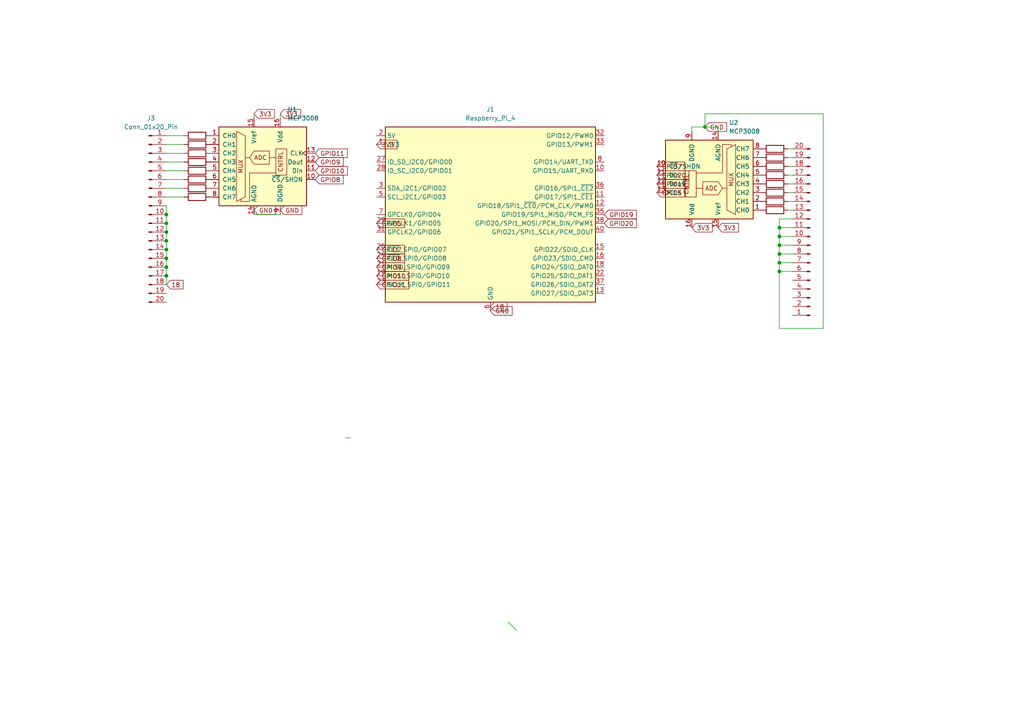
<source format=kicad_sch>
(kicad_sch
	(version 20250114)
	(generator "eeschema")
	(generator_version "9.0")
	(uuid "1bd72f6a-9968-40a6-8545-40a43eaf191d")
	(paper "A4")
	(lib_symbols
		(symbol "Analog_ADC:MCP3008"
			(pin_names
				(offset 1.016)
			)
			(exclude_from_sim no)
			(in_bom yes)
			(on_board yes)
			(property "Reference" "U"
				(at -5.08 13.335 0)
				(effects
					(font
						(size 1.27 1.27)
					)
					(justify right)
				)
			)
			(property "Value" "MCP3008"
				(at -5.08 11.43 0)
				(effects
					(font
						(size 1.27 1.27)
					)
					(justify right)
				)
			)
			(property "Footprint" ""
				(at 2.54 2.54 0)
				(effects
					(font
						(size 1.27 1.27)
					)
					(hide yes)
				)
			)
			(property "Datasheet" "http://ww1.microchip.com/downloads/en/DeviceDoc/21295d.pdf"
				(at 2.54 2.54 0)
				(effects
					(font
						(size 1.27 1.27)
					)
					(hide yes)
				)
			)
			(property "Description" "A/D Converter, 10-Bit, 8-Channel, SPI Interface , 2.7V-5.5V"
				(at 0 0 0)
				(effects
					(font
						(size 1.27 1.27)
					)
					(hide yes)
				)
			)
			(property "ki_keywords" "12bit ADC Reference Single Supply SPI 8CH"
				(at 0 0 0)
				(effects
					(font
						(size 1.27 1.27)
					)
					(hide yes)
				)
			)
			(property "ki_fp_filters" "DIP*W7.62mm* SOIC*3.9x9.9mm*P1.27mm*"
				(at 0 0 0)
				(effects
					(font
						(size 1.27 1.27)
					)
					(hide yes)
				)
			)
			(symbol "MCP3008_0_0"
				(text "MUX"
					(at -6.35 -1.27 900)
					(effects
						(font
							(size 1.27 1.27)
						)
					)
				)
				(text "ADC"
					(at -0.635 1.27 0)
					(effects
						(font
							(size 1.27 1.27)
						)
					)
				)
				(text "CNTRL"
					(at 5.969 -2.921 900)
					(effects
						(font
							(size 1.27 1.27)
						)
						(justify left bottom)
					)
				)
			)
			(symbol "MCP3008_0_1"
				(polyline
					(pts
						(xy -7.62 8.89) (xy -7.62 -11.43) (xy -5.08 -10.16) (xy -5.08 7.62) (xy -7.62 8.89)
					)
					(stroke
						(width 0)
						(type default)
					)
					(fill
						(type none)
					)
				)
				(polyline
					(pts
						(xy -3.81 1.27) (xy -5.08 1.27)
					)
					(stroke
						(width 0)
						(type default)
					)
					(fill
						(type none)
					)
				)
				(polyline
					(pts
						(xy 1.905 3.175) (xy 1.905 -0.635) (xy -2.54 -0.635) (xy -3.81 1.27) (xy -2.54 3.175) (xy 1.905 3.175)
					)
					(stroke
						(width 0)
						(type default)
					)
					(fill
						(type none)
					)
				)
				(polyline
					(pts
						(xy 1.905 1.27) (xy 3.81 1.27)
					)
					(stroke
						(width 0)
						(type default)
					)
					(fill
						(type none)
					)
				)
				(polyline
					(pts
						(xy 3.81 -3.175) (xy -3.81 -3.175) (xy -3.81 -11.43) (xy -6.35 -11.43) (xy -6.35 -10.795)
					)
					(stroke
						(width 0)
						(type default)
					)
					(fill
						(type none)
					)
				)
				(rectangle
					(start 3.81 -3.81)
					(end 6.985 3.81)
					(stroke
						(width 0)
						(type default)
					)
					(fill
						(type none)
					)
				)
				(rectangle
					(start 12.7 -12.7)
					(end -12.7 10.16)
					(stroke
						(width 0.254)
						(type default)
					)
					(fill
						(type background)
					)
				)
			)
			(symbol "MCP3008_1_1"
				(pin input line
					(at -15.24 7.62 0)
					(length 2.54)
					(name "CH0"
						(effects
							(font
								(size 1.27 1.27)
							)
						)
					)
					(number "1"
						(effects
							(font
								(size 1.27 1.27)
							)
						)
					)
				)
				(pin input line
					(at -15.24 5.08 0)
					(length 2.54)
					(name "CH1"
						(effects
							(font
								(size 1.27 1.27)
							)
						)
					)
					(number "2"
						(effects
							(font
								(size 1.27 1.27)
							)
						)
					)
				)
				(pin input line
					(at -15.24 2.54 0)
					(length 2.54)
					(name "CH2"
						(effects
							(font
								(size 1.27 1.27)
							)
						)
					)
					(number "3"
						(effects
							(font
								(size 1.27 1.27)
							)
						)
					)
				)
				(pin input line
					(at -15.24 0 0)
					(length 2.54)
					(name "CH3"
						(effects
							(font
								(size 1.27 1.27)
							)
						)
					)
					(number "4"
						(effects
							(font
								(size 1.27 1.27)
							)
						)
					)
				)
				(pin input line
					(at -15.24 -2.54 0)
					(length 2.54)
					(name "CH4"
						(effects
							(font
								(size 1.27 1.27)
							)
						)
					)
					(number "5"
						(effects
							(font
								(size 1.27 1.27)
							)
						)
					)
				)
				(pin input line
					(at -15.24 -5.08 0)
					(length 2.54)
					(name "CH5"
						(effects
							(font
								(size 1.27 1.27)
							)
						)
					)
					(number "6"
						(effects
							(font
								(size 1.27 1.27)
							)
						)
					)
				)
				(pin input line
					(at -15.24 -7.62 0)
					(length 2.54)
					(name "CH6"
						(effects
							(font
								(size 1.27 1.27)
							)
						)
					)
					(number "7"
						(effects
							(font
								(size 1.27 1.27)
							)
						)
					)
				)
				(pin input line
					(at -15.24 -10.16 0)
					(length 2.54)
					(name "CH7"
						(effects
							(font
								(size 1.27 1.27)
							)
						)
					)
					(number "8"
						(effects
							(font
								(size 1.27 1.27)
							)
						)
					)
				)
				(pin power_in line
					(at -2.54 12.7 270)
					(length 2.54)
					(name "Vref"
						(effects
							(font
								(size 1.27 1.27)
							)
						)
					)
					(number "15"
						(effects
							(font
								(size 1.27 1.27)
							)
						)
					)
				)
				(pin power_in line
					(at -2.54 -15.24 90)
					(length 2.54)
					(name "AGND"
						(effects
							(font
								(size 1.27 1.27)
							)
						)
					)
					(number "14"
						(effects
							(font
								(size 1.27 1.27)
							)
						)
					)
				)
				(pin power_in line
					(at 5.08 12.7 270)
					(length 2.54)
					(name "Vdd"
						(effects
							(font
								(size 1.27 1.27)
							)
						)
					)
					(number "16"
						(effects
							(font
								(size 1.27 1.27)
							)
						)
					)
				)
				(pin power_in line
					(at 5.08 -15.24 90)
					(length 2.54)
					(name "DGND"
						(effects
							(font
								(size 1.27 1.27)
							)
						)
					)
					(number "9"
						(effects
							(font
								(size 1.27 1.27)
							)
						)
					)
				)
				(pin input clock
					(at 15.24 2.54 180)
					(length 2.54)
					(name "CLK"
						(effects
							(font
								(size 1.27 1.27)
							)
						)
					)
					(number "13"
						(effects
							(font
								(size 1.27 1.27)
							)
						)
					)
				)
				(pin output line
					(at 15.24 0 180)
					(length 2.54)
					(name "Dout"
						(effects
							(font
								(size 1.27 1.27)
							)
						)
					)
					(number "12"
						(effects
							(font
								(size 1.27 1.27)
							)
						)
					)
				)
				(pin input line
					(at 15.24 -2.54 180)
					(length 2.54)
					(name "Din"
						(effects
							(font
								(size 1.27 1.27)
							)
						)
					)
					(number "11"
						(effects
							(font
								(size 1.27 1.27)
							)
						)
					)
				)
				(pin input line
					(at 15.24 -5.08 180)
					(length 2.54)
					(name "~{CS}/SHDN"
						(effects
							(font
								(size 1.27 1.27)
							)
						)
					)
					(number "10"
						(effects
							(font
								(size 1.27 1.27)
							)
						)
					)
				)
			)
			(embedded_fonts no)
		)
		(symbol "Connector:Conn_01x20_Pin"
			(pin_names
				(offset 1.016)
				(hide yes)
			)
			(exclude_from_sim no)
			(in_bom yes)
			(on_board yes)
			(property "Reference" "J"
				(at 0 25.4 0)
				(effects
					(font
						(size 1.27 1.27)
					)
				)
			)
			(property "Value" "Conn_01x20_Pin"
				(at 0 -27.94 0)
				(effects
					(font
						(size 1.27 1.27)
					)
				)
			)
			(property "Footprint" ""
				(at 0 0 0)
				(effects
					(font
						(size 1.27 1.27)
					)
					(hide yes)
				)
			)
			(property "Datasheet" "~"
				(at 0 0 0)
				(effects
					(font
						(size 1.27 1.27)
					)
					(hide yes)
				)
			)
			(property "Description" "Generic connector, single row, 01x20, script generated"
				(at 0 0 0)
				(effects
					(font
						(size 1.27 1.27)
					)
					(hide yes)
				)
			)
			(property "ki_locked" ""
				(at 0 0 0)
				(effects
					(font
						(size 1.27 1.27)
					)
				)
			)
			(property "ki_keywords" "connector"
				(at 0 0 0)
				(effects
					(font
						(size 1.27 1.27)
					)
					(hide yes)
				)
			)
			(property "ki_fp_filters" "Connector*:*_1x??_*"
				(at 0 0 0)
				(effects
					(font
						(size 1.27 1.27)
					)
					(hide yes)
				)
			)
			(symbol "Conn_01x20_Pin_1_1"
				(rectangle
					(start 0.8636 22.987)
					(end 0 22.733)
					(stroke
						(width 0.1524)
						(type default)
					)
					(fill
						(type outline)
					)
				)
				(rectangle
					(start 0.8636 20.447)
					(end 0 20.193)
					(stroke
						(width 0.1524)
						(type default)
					)
					(fill
						(type outline)
					)
				)
				(rectangle
					(start 0.8636 17.907)
					(end 0 17.653)
					(stroke
						(width 0.1524)
						(type default)
					)
					(fill
						(type outline)
					)
				)
				(rectangle
					(start 0.8636 15.367)
					(end 0 15.113)
					(stroke
						(width 0.1524)
						(type default)
					)
					(fill
						(type outline)
					)
				)
				(rectangle
					(start 0.8636 12.827)
					(end 0 12.573)
					(stroke
						(width 0.1524)
						(type default)
					)
					(fill
						(type outline)
					)
				)
				(rectangle
					(start 0.8636 10.287)
					(end 0 10.033)
					(stroke
						(width 0.1524)
						(type default)
					)
					(fill
						(type outline)
					)
				)
				(rectangle
					(start 0.8636 7.747)
					(end 0 7.493)
					(stroke
						(width 0.1524)
						(type default)
					)
					(fill
						(type outline)
					)
				)
				(rectangle
					(start 0.8636 5.207)
					(end 0 4.953)
					(stroke
						(width 0.1524)
						(type default)
					)
					(fill
						(type outline)
					)
				)
				(rectangle
					(start 0.8636 2.667)
					(end 0 2.413)
					(stroke
						(width 0.1524)
						(type default)
					)
					(fill
						(type outline)
					)
				)
				(rectangle
					(start 0.8636 0.127)
					(end 0 -0.127)
					(stroke
						(width 0.1524)
						(type default)
					)
					(fill
						(type outline)
					)
				)
				(rectangle
					(start 0.8636 -2.413)
					(end 0 -2.667)
					(stroke
						(width 0.1524)
						(type default)
					)
					(fill
						(type outline)
					)
				)
				(rectangle
					(start 0.8636 -4.953)
					(end 0 -5.207)
					(stroke
						(width 0.1524)
						(type default)
					)
					(fill
						(type outline)
					)
				)
				(rectangle
					(start 0.8636 -7.493)
					(end 0 -7.747)
					(stroke
						(width 0.1524)
						(type default)
					)
					(fill
						(type outline)
					)
				)
				(rectangle
					(start 0.8636 -10.033)
					(end 0 -10.287)
					(stroke
						(width 0.1524)
						(type default)
					)
					(fill
						(type outline)
					)
				)
				(rectangle
					(start 0.8636 -12.573)
					(end 0 -12.827)
					(stroke
						(width 0.1524)
						(type default)
					)
					(fill
						(type outline)
					)
				)
				(rectangle
					(start 0.8636 -15.113)
					(end 0 -15.367)
					(stroke
						(width 0.1524)
						(type default)
					)
					(fill
						(type outline)
					)
				)
				(rectangle
					(start 0.8636 -17.653)
					(end 0 -17.907)
					(stroke
						(width 0.1524)
						(type default)
					)
					(fill
						(type outline)
					)
				)
				(rectangle
					(start 0.8636 -20.193)
					(end 0 -20.447)
					(stroke
						(width 0.1524)
						(type default)
					)
					(fill
						(type outline)
					)
				)
				(rectangle
					(start 0.8636 -22.733)
					(end 0 -22.987)
					(stroke
						(width 0.1524)
						(type default)
					)
					(fill
						(type outline)
					)
				)
				(rectangle
					(start 0.8636 -25.273)
					(end 0 -25.527)
					(stroke
						(width 0.1524)
						(type default)
					)
					(fill
						(type outline)
					)
				)
				(polyline
					(pts
						(xy 1.27 22.86) (xy 0.8636 22.86)
					)
					(stroke
						(width 0.1524)
						(type default)
					)
					(fill
						(type none)
					)
				)
				(polyline
					(pts
						(xy 1.27 20.32) (xy 0.8636 20.32)
					)
					(stroke
						(width 0.1524)
						(type default)
					)
					(fill
						(type none)
					)
				)
				(polyline
					(pts
						(xy 1.27 17.78) (xy 0.8636 17.78)
					)
					(stroke
						(width 0.1524)
						(type default)
					)
					(fill
						(type none)
					)
				)
				(polyline
					(pts
						(xy 1.27 15.24) (xy 0.8636 15.24)
					)
					(stroke
						(width 0.1524)
						(type default)
					)
					(fill
						(type none)
					)
				)
				(polyline
					(pts
						(xy 1.27 12.7) (xy 0.8636 12.7)
					)
					(stroke
						(width 0.1524)
						(type default)
					)
					(fill
						(type none)
					)
				)
				(polyline
					(pts
						(xy 1.27 10.16) (xy 0.8636 10.16)
					)
					(stroke
						(width 0.1524)
						(type default)
					)
					(fill
						(type none)
					)
				)
				(polyline
					(pts
						(xy 1.27 7.62) (xy 0.8636 7.62)
					)
					(stroke
						(width 0.1524)
						(type default)
					)
					(fill
						(type none)
					)
				)
				(polyline
					(pts
						(xy 1.27 5.08) (xy 0.8636 5.08)
					)
					(stroke
						(width 0.1524)
						(type default)
					)
					(fill
						(type none)
					)
				)
				(polyline
					(pts
						(xy 1.27 2.54) (xy 0.8636 2.54)
					)
					(stroke
						(width 0.1524)
						(type default)
					)
					(fill
						(type none)
					)
				)
				(polyline
					(pts
						(xy 1.27 0) (xy 0.8636 0)
					)
					(stroke
						(width 0.1524)
						(type default)
					)
					(fill
						(type none)
					)
				)
				(polyline
					(pts
						(xy 1.27 -2.54) (xy 0.8636 -2.54)
					)
					(stroke
						(width 0.1524)
						(type default)
					)
					(fill
						(type none)
					)
				)
				(polyline
					(pts
						(xy 1.27 -5.08) (xy 0.8636 -5.08)
					)
					(stroke
						(width 0.1524)
						(type default)
					)
					(fill
						(type none)
					)
				)
				(polyline
					(pts
						(xy 1.27 -7.62) (xy 0.8636 -7.62)
					)
					(stroke
						(width 0.1524)
						(type default)
					)
					(fill
						(type none)
					)
				)
				(polyline
					(pts
						(xy 1.27 -10.16) (xy 0.8636 -10.16)
					)
					(stroke
						(width 0.1524)
						(type default)
					)
					(fill
						(type none)
					)
				)
				(polyline
					(pts
						(xy 1.27 -12.7) (xy 0.8636 -12.7)
					)
					(stroke
						(width 0.1524)
						(type default)
					)
					(fill
						(type none)
					)
				)
				(polyline
					(pts
						(xy 1.27 -15.24) (xy 0.8636 -15.24)
					)
					(stroke
						(width 0.1524)
						(type default)
					)
					(fill
						(type none)
					)
				)
				(polyline
					(pts
						(xy 1.27 -17.78) (xy 0.8636 -17.78)
					)
					(stroke
						(width 0.1524)
						(type default)
					)
					(fill
						(type none)
					)
				)
				(polyline
					(pts
						(xy 1.27 -20.32) (xy 0.8636 -20.32)
					)
					(stroke
						(width 0.1524)
						(type default)
					)
					(fill
						(type none)
					)
				)
				(polyline
					(pts
						(xy 1.27 -22.86) (xy 0.8636 -22.86)
					)
					(stroke
						(width 0.1524)
						(type default)
					)
					(fill
						(type none)
					)
				)
				(polyline
					(pts
						(xy 1.27 -25.4) (xy 0.8636 -25.4)
					)
					(stroke
						(width 0.1524)
						(type default)
					)
					(fill
						(type none)
					)
				)
				(pin passive line
					(at 5.08 22.86 180)
					(length 3.81)
					(name "Pin_1"
						(effects
							(font
								(size 1.27 1.27)
							)
						)
					)
					(number "1"
						(effects
							(font
								(size 1.27 1.27)
							)
						)
					)
				)
				(pin passive line
					(at 5.08 20.32 180)
					(length 3.81)
					(name "Pin_2"
						(effects
							(font
								(size 1.27 1.27)
							)
						)
					)
					(number "2"
						(effects
							(font
								(size 1.27 1.27)
							)
						)
					)
				)
				(pin passive line
					(at 5.08 17.78 180)
					(length 3.81)
					(name "Pin_3"
						(effects
							(font
								(size 1.27 1.27)
							)
						)
					)
					(number "3"
						(effects
							(font
								(size 1.27 1.27)
							)
						)
					)
				)
				(pin passive line
					(at 5.08 15.24 180)
					(length 3.81)
					(name "Pin_4"
						(effects
							(font
								(size 1.27 1.27)
							)
						)
					)
					(number "4"
						(effects
							(font
								(size 1.27 1.27)
							)
						)
					)
				)
				(pin passive line
					(at 5.08 12.7 180)
					(length 3.81)
					(name "Pin_5"
						(effects
							(font
								(size 1.27 1.27)
							)
						)
					)
					(number "5"
						(effects
							(font
								(size 1.27 1.27)
							)
						)
					)
				)
				(pin passive line
					(at 5.08 10.16 180)
					(length 3.81)
					(name "Pin_6"
						(effects
							(font
								(size 1.27 1.27)
							)
						)
					)
					(number "6"
						(effects
							(font
								(size 1.27 1.27)
							)
						)
					)
				)
				(pin passive line
					(at 5.08 7.62 180)
					(length 3.81)
					(name "Pin_7"
						(effects
							(font
								(size 1.27 1.27)
							)
						)
					)
					(number "7"
						(effects
							(font
								(size 1.27 1.27)
							)
						)
					)
				)
				(pin passive line
					(at 5.08 5.08 180)
					(length 3.81)
					(name "Pin_8"
						(effects
							(font
								(size 1.27 1.27)
							)
						)
					)
					(number "8"
						(effects
							(font
								(size 1.27 1.27)
							)
						)
					)
				)
				(pin passive line
					(at 5.08 2.54 180)
					(length 3.81)
					(name "Pin_9"
						(effects
							(font
								(size 1.27 1.27)
							)
						)
					)
					(number "9"
						(effects
							(font
								(size 1.27 1.27)
							)
						)
					)
				)
				(pin passive line
					(at 5.08 0 180)
					(length 3.81)
					(name "Pin_10"
						(effects
							(font
								(size 1.27 1.27)
							)
						)
					)
					(number "10"
						(effects
							(font
								(size 1.27 1.27)
							)
						)
					)
				)
				(pin passive line
					(at 5.08 -2.54 180)
					(length 3.81)
					(name "Pin_11"
						(effects
							(font
								(size 1.27 1.27)
							)
						)
					)
					(number "11"
						(effects
							(font
								(size 1.27 1.27)
							)
						)
					)
				)
				(pin passive line
					(at 5.08 -5.08 180)
					(length 3.81)
					(name "Pin_12"
						(effects
							(font
								(size 1.27 1.27)
							)
						)
					)
					(number "12"
						(effects
							(font
								(size 1.27 1.27)
							)
						)
					)
				)
				(pin passive line
					(at 5.08 -7.62 180)
					(length 3.81)
					(name "Pin_13"
						(effects
							(font
								(size 1.27 1.27)
							)
						)
					)
					(number "13"
						(effects
							(font
								(size 1.27 1.27)
							)
						)
					)
				)
				(pin passive line
					(at 5.08 -10.16 180)
					(length 3.81)
					(name "Pin_14"
						(effects
							(font
								(size 1.27 1.27)
							)
						)
					)
					(number "14"
						(effects
							(font
								(size 1.27 1.27)
							)
						)
					)
				)
				(pin passive line
					(at 5.08 -12.7 180)
					(length 3.81)
					(name "Pin_15"
						(effects
							(font
								(size 1.27 1.27)
							)
						)
					)
					(number "15"
						(effects
							(font
								(size 1.27 1.27)
							)
						)
					)
				)
				(pin passive line
					(at 5.08 -15.24 180)
					(length 3.81)
					(name "Pin_16"
						(effects
							(font
								(size 1.27 1.27)
							)
						)
					)
					(number "16"
						(effects
							(font
								(size 1.27 1.27)
							)
						)
					)
				)
				(pin passive line
					(at 5.08 -17.78 180)
					(length 3.81)
					(name "Pin_17"
						(effects
							(font
								(size 1.27 1.27)
							)
						)
					)
					(number "17"
						(effects
							(font
								(size 1.27 1.27)
							)
						)
					)
				)
				(pin passive line
					(at 5.08 -20.32 180)
					(length 3.81)
					(name "Pin_18"
						(effects
							(font
								(size 1.27 1.27)
							)
						)
					)
					(number "18"
						(effects
							(font
								(size 1.27 1.27)
							)
						)
					)
				)
				(pin passive line
					(at 5.08 -22.86 180)
					(length 3.81)
					(name "Pin_19"
						(effects
							(font
								(size 1.27 1.27)
							)
						)
					)
					(number "19"
						(effects
							(font
								(size 1.27 1.27)
							)
						)
					)
				)
				(pin passive line
					(at 5.08 -25.4 180)
					(length 3.81)
					(name "Pin_20"
						(effects
							(font
								(size 1.27 1.27)
							)
						)
					)
					(number "20"
						(effects
							(font
								(size 1.27 1.27)
							)
						)
					)
				)
			)
			(embedded_fonts no)
		)
		(symbol "Connector:Raspberry_Pi_4"
			(exclude_from_sim no)
			(in_bom yes)
			(on_board yes)
			(property "Reference" "J"
				(at -17.526 48.768 0)
				(effects
					(font
						(size 1.27 1.27)
					)
					(justify left bottom)
				)
			)
			(property "Value" "Raspberry_Pi_4"
				(at 15.748 -26.416 0)
				(effects
					(font
						(size 1.27 1.27)
					)
					(justify left top)
				)
			)
			(property "Footprint" ""
				(at 70.104 -47.498 0)
				(effects
					(font
						(size 1.27 1.27)
					)
					(justify left)
					(hide yes)
				)
			)
			(property "Datasheet" "https://datasheets.raspberrypi.com/rpi4/raspberry-pi-4-datasheet.pdf"
				(at 15.748 -32.258 0)
				(effects
					(font
						(size 1.27 1.27)
					)
					(justify left)
					(hide yes)
				)
			)
			(property "Description" "Raspberry Pi 4 Model B"
				(at 15.748 -29.718 0)
				(effects
					(font
						(size 1.27 1.27)
					)
					(justify left)
					(hide yes)
				)
			)
			(property "ki_keywords" "SBC RPi"
				(at 0 0 0)
				(effects
					(font
						(size 1.27 1.27)
					)
					(hide yes)
				)
			)
			(property "ki_fp_filters" "PinHeader*2x20*P2.54mm*Vertical* PinSocket*2x20*P2.54mm*Vertical*"
				(at 0 0 0)
				(effects
					(font
						(size 1.27 1.27)
					)
					(hide yes)
				)
			)
			(symbol "Raspberry_Pi_4_0_1"
				(rectangle
					(start -30.48 25.4)
					(end 30.48 -25.4)
					(stroke
						(width 0.254)
						(type default)
					)
					(fill
						(type background)
					)
				)
			)
			(symbol "Raspberry_Pi_4_1_1"
				(pin bidirectional line
					(at -33.02 22.86 0)
					(length 2.54)
					(name "GPIO12/PWM0"
						(effects
							(font
								(size 1.27 1.27)
							)
						)
					)
					(number "32"
						(effects
							(font
								(size 1.27 1.27)
							)
						)
					)
				)
				(pin bidirectional line
					(at -33.02 20.32 0)
					(length 2.54)
					(name "GPIO13/PWM1"
						(effects
							(font
								(size 1.27 1.27)
							)
						)
					)
					(number "33"
						(effects
							(font
								(size 1.27 1.27)
							)
						)
					)
				)
				(pin bidirectional line
					(at -33.02 15.24 0)
					(length 2.54)
					(name "GPIO14/UART_TXD"
						(effects
							(font
								(size 1.27 1.27)
							)
						)
					)
					(number "8"
						(effects
							(font
								(size 1.27 1.27)
							)
						)
					)
				)
				(pin bidirectional line
					(at -33.02 12.7 0)
					(length 2.54)
					(name "GPIO15/UART_RXD"
						(effects
							(font
								(size 1.27 1.27)
							)
						)
					)
					(number "10"
						(effects
							(font
								(size 1.27 1.27)
							)
						)
					)
				)
				(pin bidirectional line
					(at -33.02 7.62 0)
					(length 2.54)
					(name "GPIO16/SPI1_~{CE2}"
						(effects
							(font
								(size 1.27 1.27)
							)
						)
					)
					(number "36"
						(effects
							(font
								(size 1.27 1.27)
							)
						)
					)
				)
				(pin bidirectional line
					(at -33.02 5.08 0)
					(length 2.54)
					(name "GPIO17/SPI1_~{CE1}"
						(effects
							(font
								(size 1.27 1.27)
							)
						)
					)
					(number "11"
						(effects
							(font
								(size 1.27 1.27)
							)
						)
					)
				)
				(pin bidirectional line
					(at -33.02 2.54 0)
					(length 2.54)
					(name "GPIO18/SPI1_~{CE0}/PCM_CLK/PWM0"
						(effects
							(font
								(size 1.27 1.27)
							)
						)
					)
					(number "12"
						(effects
							(font
								(size 1.27 1.27)
							)
						)
					)
				)
				(pin bidirectional line
					(at -33.02 0 0)
					(length 2.54)
					(name "GPIO19/SPI1_MISO/PCM_FS"
						(effects
							(font
								(size 1.27 1.27)
							)
						)
					)
					(number "35"
						(effects
							(font
								(size 1.27 1.27)
							)
						)
					)
				)
				(pin bidirectional line
					(at -33.02 -2.54 0)
					(length 2.54)
					(name "GPIO20/SPI1_MOSI/PCM_DIN/PWM1"
						(effects
							(font
								(size 1.27 1.27)
							)
						)
					)
					(number "38"
						(effects
							(font
								(size 1.27 1.27)
							)
						)
					)
				)
				(pin bidirectional line
					(at -33.02 -5.08 0)
					(length 2.54)
					(name "GPIO21/SPI1_SCLK/PCM_DOUT"
						(effects
							(font
								(size 1.27 1.27)
							)
						)
					)
					(number "40"
						(effects
							(font
								(size 1.27 1.27)
							)
						)
					)
				)
				(pin bidirectional line
					(at -33.02 -10.16 0)
					(length 2.54)
					(name "GPIO22/SDIO_CLK"
						(effects
							(font
								(size 1.27 1.27)
							)
						)
					)
					(number "15"
						(effects
							(font
								(size 1.27 1.27)
							)
						)
					)
				)
				(pin bidirectional line
					(at -33.02 -12.7 0)
					(length 2.54)
					(name "GPIO23/SDIO_CMD"
						(effects
							(font
								(size 1.27 1.27)
							)
						)
					)
					(number "16"
						(effects
							(font
								(size 1.27 1.27)
							)
						)
					)
				)
				(pin bidirectional line
					(at -33.02 -15.24 0)
					(length 2.54)
					(name "GPIO24/SDIO_DAT0"
						(effects
							(font
								(size 1.27 1.27)
							)
						)
					)
					(number "18"
						(effects
							(font
								(size 1.27 1.27)
							)
						)
					)
				)
				(pin bidirectional line
					(at -33.02 -17.78 0)
					(length 2.54)
					(name "GPIO25/SDIO_DAT1"
						(effects
							(font
								(size 1.27 1.27)
							)
						)
					)
					(number "22"
						(effects
							(font
								(size 1.27 1.27)
							)
						)
					)
				)
				(pin bidirectional line
					(at -33.02 -20.32 0)
					(length 2.54)
					(name "GPIO26/SDIO_DAT2"
						(effects
							(font
								(size 1.27 1.27)
							)
						)
					)
					(number "37"
						(effects
							(font
								(size 1.27 1.27)
							)
						)
					)
				)
				(pin bidirectional line
					(at -33.02 -22.86 0)
					(length 2.54)
					(name "GPIO27/SDIO_DAT3"
						(effects
							(font
								(size 1.27 1.27)
							)
						)
					)
					(number "13"
						(effects
							(font
								(size 1.27 1.27)
							)
						)
					)
				)
				(pin passive line
					(at 0 -27.94 90)
					(length 2.54)
					(hide yes)
					(name "GND"
						(effects
							(font
								(size 1.27 1.27)
							)
						)
					)
					(number "14"
						(effects
							(font
								(size 1.27 1.27)
							)
						)
					)
				)
				(pin passive line
					(at 0 -27.94 90)
					(length 2.54)
					(hide yes)
					(name "GND"
						(effects
							(font
								(size 1.27 1.27)
							)
						)
					)
					(number "20"
						(effects
							(font
								(size 1.27 1.27)
							)
						)
					)
				)
				(pin passive line
					(at 0 -27.94 90)
					(length 2.54)
					(hide yes)
					(name "GND"
						(effects
							(font
								(size 1.27 1.27)
							)
						)
					)
					(number "25"
						(effects
							(font
								(size 1.27 1.27)
							)
						)
					)
				)
				(pin passive line
					(at 0 -27.94 90)
					(length 2.54)
					(hide yes)
					(name "GND"
						(effects
							(font
								(size 1.27 1.27)
							)
						)
					)
					(number "30"
						(effects
							(font
								(size 1.27 1.27)
							)
						)
					)
				)
				(pin passive line
					(at 0 -27.94 90)
					(length 2.54)
					(hide yes)
					(name "GND"
						(effects
							(font
								(size 1.27 1.27)
							)
						)
					)
					(number "34"
						(effects
							(font
								(size 1.27 1.27)
							)
						)
					)
				)
				(pin passive line
					(at 0 -27.94 90)
					(length 2.54)
					(hide yes)
					(name "GND"
						(effects
							(font
								(size 1.27 1.27)
							)
						)
					)
					(number "39"
						(effects
							(font
								(size 1.27 1.27)
							)
						)
					)
				)
				(pin power_out line
					(at 0 -27.94 90)
					(length 2.54)
					(name "GND"
						(effects
							(font
								(size 1.27 1.27)
							)
						)
					)
					(number "6"
						(effects
							(font
								(size 1.27 1.27)
							)
						)
					)
				)
				(pin passive line
					(at 0 -27.94 90)
					(length 2.54)
					(hide yes)
					(name "GND"
						(effects
							(font
								(size 1.27 1.27)
							)
						)
					)
					(number "9"
						(effects
							(font
								(size 1.27 1.27)
							)
						)
					)
				)
				(pin power_out line
					(at 33.02 22.86 180)
					(length 2.54)
					(name "5V"
						(effects
							(font
								(size 1.27 1.27)
							)
						)
					)
					(number "2"
						(effects
							(font
								(size 1.27 1.27)
							)
						)
					)
				)
				(pin passive line
					(at 33.02 22.86 180)
					(length 2.54)
					(hide yes)
					(name "5V"
						(effects
							(font
								(size 1.27 1.27)
							)
						)
					)
					(number "4"
						(effects
							(font
								(size 1.27 1.27)
							)
						)
					)
				)
				(pin power_out line
					(at 33.02 20.32 180)
					(length 2.54)
					(name "3V3"
						(effects
							(font
								(size 1.27 1.27)
							)
						)
					)
					(number "1"
						(effects
							(font
								(size 1.27 1.27)
							)
						)
					)
				)
				(pin passive line
					(at 33.02 20.32 180)
					(length 2.54)
					(hide yes)
					(name "3V3"
						(effects
							(font
								(size 1.27 1.27)
							)
						)
					)
					(number "17"
						(effects
							(font
								(size 1.27 1.27)
							)
						)
					)
				)
				(pin bidirectional line
					(at 33.02 15.24 180)
					(length 2.54)
					(name "ID_SD_I2C0/GPIO00"
						(effects
							(font
								(size 1.27 1.27)
							)
						)
					)
					(number "27"
						(effects
							(font
								(size 1.27 1.27)
							)
						)
					)
				)
				(pin bidirectional line
					(at 33.02 12.7 180)
					(length 2.54)
					(name "ID_SC_I2C0/GPIO01"
						(effects
							(font
								(size 1.27 1.27)
							)
						)
					)
					(number "28"
						(effects
							(font
								(size 1.27 1.27)
							)
						)
					)
				)
				(pin bidirectional line
					(at 33.02 7.62 180)
					(length 2.54)
					(name "SDA_I2C1/GPIO02"
						(effects
							(font
								(size 1.27 1.27)
							)
						)
					)
					(number "3"
						(effects
							(font
								(size 1.27 1.27)
							)
						)
					)
				)
				(pin bidirectional line
					(at 33.02 5.08 180)
					(length 2.54)
					(name "SCL_I2C1/GPIO03"
						(effects
							(font
								(size 1.27 1.27)
							)
						)
					)
					(number "5"
						(effects
							(font
								(size 1.27 1.27)
							)
						)
					)
				)
				(pin bidirectional line
					(at 33.02 0 180)
					(length 2.54)
					(name "GPCLK0/GPIO04"
						(effects
							(font
								(size 1.27 1.27)
							)
						)
					)
					(number "7"
						(effects
							(font
								(size 1.27 1.27)
							)
						)
					)
				)
				(pin bidirectional line
					(at 33.02 -2.54 180)
					(length 2.54)
					(name "GPCLK1/GPIO05"
						(effects
							(font
								(size 1.27 1.27)
							)
						)
					)
					(number "29"
						(effects
							(font
								(size 1.27 1.27)
							)
						)
					)
				)
				(pin bidirectional line
					(at 33.02 -5.08 180)
					(length 2.54)
					(name "GPCLK2/GPIO06"
						(effects
							(font
								(size 1.27 1.27)
							)
						)
					)
					(number "31"
						(effects
							(font
								(size 1.27 1.27)
							)
						)
					)
				)
				(pin bidirectional line
					(at 33.02 -10.16 180)
					(length 2.54)
					(name "~{CE1}_SPI0/GPIO07"
						(effects
							(font
								(size 1.27 1.27)
							)
						)
					)
					(number "26"
						(effects
							(font
								(size 1.27 1.27)
							)
						)
					)
				)
				(pin bidirectional line
					(at 33.02 -12.7 180)
					(length 2.54)
					(name "~{CE0}_SPI0/GPIO08"
						(effects
							(font
								(size 1.27 1.27)
							)
						)
					)
					(number "24"
						(effects
							(font
								(size 1.27 1.27)
							)
						)
					)
				)
				(pin bidirectional line
					(at 33.02 -15.24 180)
					(length 2.54)
					(name "MISO_SPI0/GPIO09"
						(effects
							(font
								(size 1.27 1.27)
							)
						)
					)
					(number "21"
						(effects
							(font
								(size 1.27 1.27)
							)
						)
					)
				)
				(pin bidirectional line
					(at 33.02 -17.78 180)
					(length 2.54)
					(name "MOSI_SPI0/GPIO10"
						(effects
							(font
								(size 1.27 1.27)
							)
						)
					)
					(number "19"
						(effects
							(font
								(size 1.27 1.27)
							)
						)
					)
				)
				(pin bidirectional line
					(at 33.02 -20.32 180)
					(length 2.54)
					(name "SCLK_SPI0/GPIO11"
						(effects
							(font
								(size 1.27 1.27)
							)
						)
					)
					(number "23"
						(effects
							(font
								(size 1.27 1.27)
							)
						)
					)
				)
			)
			(embedded_fonts no)
		)
		(symbol "Device:R"
			(pin_numbers
				(hide yes)
			)
			(pin_names
				(offset 0)
			)
			(exclude_from_sim no)
			(in_bom yes)
			(on_board yes)
			(property "Reference" "R"
				(at 2.032 0 90)
				(effects
					(font
						(size 1.27 1.27)
					)
				)
			)
			(property "Value" "R"
				(at 0 0 90)
				(effects
					(font
						(size 1.27 1.27)
					)
				)
			)
			(property "Footprint" ""
				(at -1.778 0 90)
				(effects
					(font
						(size 1.27 1.27)
					)
					(hide yes)
				)
			)
			(property "Datasheet" "~"
				(at 0 0 0)
				(effects
					(font
						(size 1.27 1.27)
					)
					(hide yes)
				)
			)
			(property "Description" "Resistor"
				(at 0 0 0)
				(effects
					(font
						(size 1.27 1.27)
					)
					(hide yes)
				)
			)
			(property "ki_keywords" "R res resistor"
				(at 0 0 0)
				(effects
					(font
						(size 1.27 1.27)
					)
					(hide yes)
				)
			)
			(property "ki_fp_filters" "R_*"
				(at 0 0 0)
				(effects
					(font
						(size 1.27 1.27)
					)
					(hide yes)
				)
			)
			(symbol "R_0_1"
				(rectangle
					(start -1.016 -2.54)
					(end 1.016 2.54)
					(stroke
						(width 0.254)
						(type default)
					)
					(fill
						(type none)
					)
				)
			)
			(symbol "R_1_1"
				(pin passive line
					(at 0 3.81 270)
					(length 1.27)
					(name "~"
						(effects
							(font
								(size 1.27 1.27)
							)
						)
					)
					(number "1"
						(effects
							(font
								(size 1.27 1.27)
							)
						)
					)
				)
				(pin passive line
					(at 0 -3.81 90)
					(length 1.27)
					(name "~"
						(effects
							(font
								(size 1.27 1.27)
							)
						)
					)
					(number "2"
						(effects
							(font
								(size 1.27 1.27)
							)
						)
					)
				)
			)
			(embedded_fonts no)
		)
	)
	(junction
		(at 48.26 67.31)
		(diameter 0)
		(color 0 0 0 0)
		(uuid "17db25e0-6e97-4d55-a571-195c90c62cd9")
	)
	(junction
		(at 226.06 73.66)
		(diameter 0)
		(color 0 0 0 0)
		(uuid "18395fad-6d36-4996-96f6-520572c1616e")
	)
	(junction
		(at 226.06 68.58)
		(diameter 0)
		(color 0 0 0 0)
		(uuid "1fe1c401-af9c-4225-82ae-e306b1c23a52")
	)
	(junction
		(at 204.47 36.83)
		(diameter 0)
		(color 0 0 0 0)
		(uuid "3c12dbd0-350a-4ffa-9c6d-bd73bc6daeae")
	)
	(junction
		(at 48.26 62.23)
		(diameter 0)
		(color 0 0 0 0)
		(uuid "635e001f-45ae-4336-95bf-b440f5719cdd")
	)
	(junction
		(at 226.06 78.74)
		(diameter 0)
		(color 0 0 0 0)
		(uuid "6b4109b3-2947-4102-bb69-f4ee9f1be382")
	)
	(junction
		(at 48.26 64.77)
		(diameter 0)
		(color 0 0 0 0)
		(uuid "77957575-d308-45bc-9c9e-3988fb07536a")
	)
	(junction
		(at 48.26 77.47)
		(diameter 0)
		(color 0 0 0 0)
		(uuid "787e890a-0382-4e2d-b30a-319335b97b32")
	)
	(junction
		(at 48.26 69.85)
		(diameter 0)
		(color 0 0 0 0)
		(uuid "ad0a9bc1-4e22-4dd4-b41e-a78658061e85")
	)
	(junction
		(at 226.06 76.2)
		(diameter 0)
		(color 0 0 0 0)
		(uuid "ae30c4a6-fc54-4549-aab1-5e16e34fbd72")
	)
	(junction
		(at 226.06 71.12)
		(diameter 0)
		(color 0 0 0 0)
		(uuid "b5ca5385-f711-435e-b5b1-7f3b1e5d4550")
	)
	(junction
		(at 226.06 66.04)
		(diameter 0)
		(color 0 0 0 0)
		(uuid "bcf0aaa9-c3b5-44fd-a441-37e4d1c82515")
	)
	(junction
		(at 48.26 80.01)
		(diameter 0)
		(color 0 0 0 0)
		(uuid "d111ed37-8ec4-48cd-88db-ad00033ee769")
	)
	(junction
		(at 48.26 74.93)
		(diameter 0)
		(color 0 0 0 0)
		(uuid "f98ea3bd-237b-40d5-802e-a4caa2bb084d")
	)
	(junction
		(at 48.26 72.39)
		(diameter 0)
		(color 0 0 0 0)
		(uuid "fba4f98d-e19f-4d81-ab78-edf6ec447e50")
	)
	(bus_entry
		(at 147.32 180.34)
		(size 2.54 2.54)
		(stroke
			(width 0)
			(type default)
		)
		(uuid "f79c636a-ba17-4765-bc30-697b0cfb6114")
	)
	(wire
		(pts
			(xy 226.06 71.12) (xy 229.87 71.12)
		)
		(stroke
			(width 0)
			(type default)
		)
		(uuid "05c09a5a-c2f5-404c-a251-fec38d6b0ee3")
	)
	(wire
		(pts
			(xy 48.26 57.15) (xy 53.34 57.15)
		)
		(stroke
			(width 0)
			(type default)
		)
		(uuid "0909979a-5b95-4fea-8a07-61638ddfe360")
	)
	(wire
		(pts
			(xy 226.06 76.2) (xy 229.87 76.2)
		)
		(stroke
			(width 0)
			(type default)
		)
		(uuid "205c2565-8dc9-48c8-a1a7-69991af45583")
	)
	(wire
		(pts
			(xy 73.66 34.29) (xy 73.66 33.02)
		)
		(stroke
			(width 0)
			(type default)
		)
		(uuid "207ad778-d729-452e-8b42-755c4ff2959b")
	)
	(wire
		(pts
			(xy 226.06 73.66) (xy 226.06 76.2)
		)
		(stroke
			(width 0)
			(type default)
		)
		(uuid "2092beeb-8824-4859-a062-38cc7a78e3d4")
	)
	(wire
		(pts
			(xy 48.26 49.53) (xy 53.34 49.53)
		)
		(stroke
			(width 0)
			(type default)
		)
		(uuid "21c4236f-84e6-4041-acf2-fec5261ea298")
	)
	(wire
		(pts
			(xy 204.47 33.02) (xy 204.47 36.83)
		)
		(stroke
			(width 0)
			(type default)
		)
		(uuid "23be98e1-8cbd-4289-91ec-2b380b88164e")
	)
	(wire
		(pts
			(xy 73.66 62.23) (xy 81.28 62.23)
		)
		(stroke
			(width 0)
			(type default)
		)
		(uuid "2b4e498e-59aa-4886-b88d-d292aa786cae")
	)
	(wire
		(pts
			(xy 81.28 33.02) (xy 81.28 34.29)
		)
		(stroke
			(width 0)
			(type default)
		)
		(uuid "2de132f1-9d44-4930-be5c-33e0ba046519")
	)
	(wire
		(pts
			(xy 204.47 36.83) (xy 200.66 36.83)
		)
		(stroke
			(width 0)
			(type default)
		)
		(uuid "2f6a4b53-f0bf-4047-b080-74e02f3e4ab7")
	)
	(wire
		(pts
			(xy 48.26 52.07) (xy 53.34 52.07)
		)
		(stroke
			(width 0)
			(type default)
		)
		(uuid "34a9dc92-1a48-47c5-8a55-7f7337cf7964")
	)
	(wire
		(pts
			(xy 48.26 74.93) (xy 48.26 72.39)
		)
		(stroke
			(width 0)
			(type default)
		)
		(uuid "36485540-c9f2-4d3e-b108-2f616c4eb4d8")
	)
	(wire
		(pts
			(xy 226.06 95.25) (xy 226.06 78.74)
		)
		(stroke
			(width 0)
			(type default)
		)
		(uuid "3c9cd4a1-83f6-456b-bff5-192f9d69c598")
	)
	(wire
		(pts
			(xy 226.06 66.04) (xy 226.06 68.58)
		)
		(stroke
			(width 0)
			(type default)
		)
		(uuid "4946fe34-16d3-429e-9975-71067ae7c83b")
	)
	(wire
		(pts
			(xy 208.28 38.1) (xy 208.28 36.83)
		)
		(stroke
			(width 0)
			(type default)
		)
		(uuid "5205c4a5-23d1-4df7-af5e-d66fea39b353")
	)
	(wire
		(pts
			(xy 228.6 53.34) (xy 229.87 53.34)
		)
		(stroke
			(width 0)
			(type default)
		)
		(uuid "52e69ea9-aa12-48b6-84f0-be3d6a09786a")
	)
	(wire
		(pts
			(xy 48.26 69.85) (xy 48.26 67.31)
		)
		(stroke
			(width 0)
			(type default)
		)
		(uuid "5327efbd-ec1f-454a-ba49-8c1dab3763a0")
	)
	(wire
		(pts
			(xy 48.26 64.77) (xy 48.26 62.23)
		)
		(stroke
			(width 0)
			(type default)
		)
		(uuid "565e9573-43c8-45dc-817e-60a9db676aef")
	)
	(wire
		(pts
			(xy 228.6 45.72) (xy 229.87 45.72)
		)
		(stroke
			(width 0)
			(type default)
		)
		(uuid "5ecb2c42-67ec-4421-9d1e-570e6b9dd588")
	)
	(wire
		(pts
			(xy 226.06 73.66) (xy 229.87 73.66)
		)
		(stroke
			(width 0)
			(type default)
		)
		(uuid "66de2670-71ee-4330-8351-210a0edf0612")
	)
	(wire
		(pts
			(xy 226.06 68.58) (xy 229.87 68.58)
		)
		(stroke
			(width 0)
			(type default)
		)
		(uuid "6a9681ce-ddc0-4eaf-b039-e265cf6f2561")
	)
	(wire
		(pts
			(xy 228.6 48.26) (xy 229.87 48.26)
		)
		(stroke
			(width 0)
			(type default)
		)
		(uuid "70343242-6010-49f1-a7b8-0fdeb166c969")
	)
	(wire
		(pts
			(xy 48.26 46.99) (xy 53.34 46.99)
		)
		(stroke
			(width 0)
			(type default)
		)
		(uuid "759302f5-9eb0-4759-8f61-64ec2b096bb5")
	)
	(wire
		(pts
			(xy 228.6 60.96) (xy 229.87 60.96)
		)
		(stroke
			(width 0)
			(type default)
		)
		(uuid "761119c7-1503-4762-bda6-994744d36fb5")
	)
	(wire
		(pts
			(xy 48.26 80.01) (xy 48.26 82.55)
		)
		(stroke
			(width 0)
			(type default)
		)
		(uuid "7daa3308-cb8f-480b-9605-b98ce3a1b39b")
	)
	(wire
		(pts
			(xy 48.26 67.31) (xy 48.26 64.77)
		)
		(stroke
			(width 0)
			(type default)
		)
		(uuid "7df11e64-99b2-4062-b7fe-41481c906799")
	)
	(wire
		(pts
			(xy 238.76 33.02) (xy 238.76 95.25)
		)
		(stroke
			(width 0)
			(type default)
		)
		(uuid "7e2b0f77-9f80-4f09-9c2e-f03d041e6ab3")
	)
	(wire
		(pts
			(xy 228.6 50.8) (xy 229.87 50.8)
		)
		(stroke
			(width 0)
			(type default)
		)
		(uuid "7ffab6ee-4a69-41c0-80f7-dee40a9ead54")
	)
	(wire
		(pts
			(xy 48.26 62.23) (xy 48.26 59.69)
		)
		(stroke
			(width 0)
			(type default)
		)
		(uuid "8471a530-ac06-41d8-a89a-bf3ea7443165")
	)
	(wire
		(pts
			(xy 238.76 95.25) (xy 226.06 95.25)
		)
		(stroke
			(width 0)
			(type default)
		)
		(uuid "885eb527-0fe5-4bca-a578-5c6100d05659")
	)
	(wire
		(pts
			(xy 100.33 127) (xy 101.6 127)
		)
		(stroke
			(width 0)
			(type default)
		)
		(uuid "8ba2f10f-2e4a-447b-821b-370f0cd7757a")
	)
	(wire
		(pts
			(xy 226.06 76.2) (xy 226.06 78.74)
		)
		(stroke
			(width 0)
			(type default)
		)
		(uuid "8ffa992b-bfdd-482f-a172-8c9f51b30677")
	)
	(wire
		(pts
			(xy 226.06 63.5) (xy 226.06 66.04)
		)
		(stroke
			(width 0)
			(type default)
		)
		(uuid "95df198a-be36-4f4b-b13d-620bcc38f5ad")
	)
	(wire
		(pts
			(xy 226.06 71.12) (xy 226.06 73.66)
		)
		(stroke
			(width 0)
			(type default)
		)
		(uuid "9cd0816a-bdc4-41db-9f00-7cda36e1ebbc")
	)
	(wire
		(pts
			(xy 48.26 39.37) (xy 53.34 39.37)
		)
		(stroke
			(width 0)
			(type default)
		)
		(uuid "a3fa2888-746f-4513-8ac2-bf84e0b41205")
	)
	(wire
		(pts
			(xy 228.6 58.42) (xy 229.87 58.42)
		)
		(stroke
			(width 0)
			(type default)
		)
		(uuid "ab6f02e9-cf97-4a33-bf7f-23a44897dee4")
	)
	(wire
		(pts
			(xy 228.6 43.18) (xy 229.87 43.18)
		)
		(stroke
			(width 0)
			(type default)
		)
		(uuid "aca650d1-8401-4d81-94d0-42dfb35c49fc")
	)
	(wire
		(pts
			(xy 229.87 63.5) (xy 226.06 63.5)
		)
		(stroke
			(width 0)
			(type default)
		)
		(uuid "b167dda3-631f-427e-95c4-e573b7b3a6ba")
	)
	(wire
		(pts
			(xy 48.26 41.91) (xy 53.34 41.91)
		)
		(stroke
			(width 0)
			(type default)
		)
		(uuid "b3100fe7-6355-41f1-b4f9-49dc774bc02a")
	)
	(wire
		(pts
			(xy 226.06 66.04) (xy 229.87 66.04)
		)
		(stroke
			(width 0)
			(type default)
		)
		(uuid "bc6d5ecc-aa12-4f21-b7a3-d31e85b78aca")
	)
	(wire
		(pts
			(xy 228.6 55.88) (xy 229.87 55.88)
		)
		(stroke
			(width 0)
			(type default)
		)
		(uuid "bf0cf89c-4597-4f4b-ba3d-ea8873f68a34")
	)
	(wire
		(pts
			(xy 48.26 72.39) (xy 48.26 69.85)
		)
		(stroke
			(width 0)
			(type default)
		)
		(uuid "ca0d0f5f-97a3-4779-be51-612036f66702")
	)
	(wire
		(pts
			(xy 226.06 68.58) (xy 226.06 71.12)
		)
		(stroke
			(width 0)
			(type default)
		)
		(uuid "ca6d6069-a52e-48be-a90f-287ea10fcc5f")
	)
	(wire
		(pts
			(xy 48.26 54.61) (xy 53.34 54.61)
		)
		(stroke
			(width 0)
			(type default)
		)
		(uuid "d0edb84b-d2b3-4c6d-8e59-3245f9ca3d12")
	)
	(wire
		(pts
			(xy 48.26 44.45) (xy 53.34 44.45)
		)
		(stroke
			(width 0)
			(type default)
		)
		(uuid "d1fd05a5-a43f-4ab8-893d-be8b0b94598d")
	)
	(wire
		(pts
			(xy 226.06 78.74) (xy 229.87 78.74)
		)
		(stroke
			(width 0)
			(type default)
		)
		(uuid "ec7ea210-7c1c-4dcc-b811-608f5e267f1e")
	)
	(wire
		(pts
			(xy 200.66 36.83) (xy 200.66 38.1)
		)
		(stroke
			(width 0)
			(type default)
		)
		(uuid "f31c6b1c-c937-401a-84c9-54a69f0d0a1d")
	)
	(wire
		(pts
			(xy 208.28 36.83) (xy 204.47 36.83)
		)
		(stroke
			(width 0)
			(type default)
		)
		(uuid "f845e75b-efaf-4c31-aa0f-76a12c0a9d5f")
	)
	(wire
		(pts
			(xy 48.26 80.01) (xy 48.26 77.47)
		)
		(stroke
			(width 0)
			(type default)
		)
		(uuid "f86da023-fea4-4569-b453-e473ed565938")
	)
	(wire
		(pts
			(xy 204.47 33.02) (xy 238.76 33.02)
		)
		(stroke
			(width 0)
			(type default)
		)
		(uuid "f92b8559-f56b-4430-be9a-999405d5b82f")
	)
	(wire
		(pts
			(xy 48.26 77.47) (xy 48.26 74.93)
		)
		(stroke
			(width 0)
			(type default)
		)
		(uuid "ff8a837d-5c71-4668-9c7c-0ed32d211a4e")
	)
	(global_label "GPIO11"
		(shape input)
		(at 109.22 82.55 0)
		(fields_autoplaced yes)
		(effects
			(font
				(size 1.27 1.27)
			)
			(justify left)
		)
		(uuid "17dee8f1-ab82-4468-bc02-b9242bb8b925")
		(property "Intersheetrefs" "${INTERSHEET_REFS}"
			(at 118.4453 82.55 0)
			(effects
				(font
					(size 1.27 1.27)
				)
				(justify left)
				(hide yes)
			)
		)
	)
	(global_label "GPIO8"
		(shape input)
		(at 91.44 52.07 0)
		(fields_autoplaced yes)
		(effects
			(font
				(size 1.27 1.27)
			)
			(justify left)
		)
		(uuid "1c3ce0fb-1481-4b70-b559-2236df9cfb64")
		(property "Intersheetrefs" "${INTERSHEET_REFS}"
			(at 99.4558 52.07 0)
			(effects
				(font
					(size 1.27 1.27)
				)
				(justify left)
				(hide yes)
			)
		)
	)
	(global_label "3V3"
		(shape input)
		(at 208.28 66.04 0)
		(fields_autoplaced yes)
		(effects
			(font
				(size 1.27 1.27)
			)
			(justify left)
		)
		(uuid "2d10bdd2-1fd4-40a3-a115-960cda144da5")
		(property "Intersheetrefs" "${INTERSHEET_REFS}"
			(at 214.1186 66.04 0)
			(effects
				(font
					(size 1.27 1.27)
				)
				(justify left)
				(hide yes)
			)
		)
	)
	(global_label "GPIO8"
		(shape input)
		(at 109.22 74.93 0)
		(fields_autoplaced yes)
		(effects
			(font
				(size 1.27 1.27)
			)
			(justify left)
		)
		(uuid "2d1c15eb-05f2-44bf-950d-c4632b2b7afe")
		(property "Intersheetrefs" "${INTERSHEET_REFS}"
			(at 117.2358 74.93 0)
			(effects
				(font
					(size 1.27 1.27)
				)
				(justify left)
				(hide yes)
			)
		)
	)
	(global_label "3V3"
		(shape input)
		(at 109.22 41.91 0)
		(fields_autoplaced yes)
		(effects
			(font
				(size 1.27 1.27)
			)
			(justify left)
		)
		(uuid "36a822c2-0974-444c-a192-0fefdfd437e3")
		(property "Intersheetrefs" "${INTERSHEET_REFS}"
			(at 115.0586 41.91 0)
			(effects
				(font
					(size 1.27 1.27)
				)
				(justify left)
				(hide yes)
			)
		)
	)
	(global_label "GPIO10"
		(shape input)
		(at 109.22 80.01 0)
		(fields_autoplaced yes)
		(effects
			(font
				(size 1.27 1.27)
			)
			(justify left)
		)
		(uuid "37ca1406-129c-4694-9893-3b3ef96e5dfc")
		(property "Intersheetrefs" "${INTERSHEET_REFS}"
			(at 118.4453 80.01 0)
			(effects
				(font
					(size 1.27 1.27)
				)
				(justify left)
				(hide yes)
			)
		)
	)
	(global_label "3V3"
		(shape input)
		(at 81.28 33.02 0)
		(fields_autoplaced yes)
		(effects
			(font
				(size 1.27 1.27)
			)
			(justify left)
		)
		(uuid "4448f632-dad1-4b82-9ef7-5bfee43a9047")
		(property "Intersheetrefs" "${INTERSHEET_REFS}"
			(at 87.1186 33.02 0)
			(effects
				(font
					(size 1.27 1.27)
				)
				(justify left)
				(hide yes)
			)
		)
	)
	(global_label "GND"
		(shape input)
		(at 204.47 36.83 0)
		(fields_autoplaced yes)
		(effects
			(font
				(size 1.27 1.27)
			)
			(justify left)
		)
		(uuid "55ad56d4-2144-42e4-b431-d15835d59818")
		(property "Intersheetrefs" "${INTERSHEET_REFS}"
			(at 210.6715 36.83 0)
			(effects
				(font
					(size 1.27 1.27)
				)
				(justify left)
				(hide yes)
			)
		)
	)
	(global_label "GPIO20"
		(shape input)
		(at 190.5 50.8 0)
		(fields_autoplaced yes)
		(effects
			(font
				(size 1.27 1.27)
			)
			(justify left)
		)
		(uuid "59283284-02d2-4983-b3af-fe48e9e09a99")
		(property "Intersheetrefs" "${INTERSHEET_REFS}"
			(at 199.7253 50.8 0)
			(effects
				(font
					(size 1.27 1.27)
				)
				(justify left)
				(hide yes)
			)
		)
	)
	(global_label "3V3"
		(shape input)
		(at 73.66 33.02 0)
		(fields_autoplaced yes)
		(effects
			(font
				(size 1.27 1.27)
			)
			(justify left)
		)
		(uuid "6655884e-af33-45a1-9a19-c2cfd8d6bd66")
		(property "Intersheetrefs" "${INTERSHEET_REFS}"
			(at 79.4986 33.02 0)
			(effects
				(font
					(size 1.27 1.27)
				)
				(justify left)
				(hide yes)
			)
		)
	)
	(global_label "GPIO19"
		(shape input)
		(at 190.5 53.34 0)
		(fields_autoplaced yes)
		(effects
			(font
				(size 1.27 1.27)
			)
			(justify left)
		)
		(uuid "670c2906-c376-4974-bd47-069af35359e9")
		(property "Intersheetrefs" "${INTERSHEET_REFS}"
			(at 199.7253 53.34 0)
			(effects
				(font
					(size 1.27 1.27)
				)
				(justify left)
				(hide yes)
			)
		)
	)
	(global_label "GPIO11"
		(shape input)
		(at 91.44 44.45 0)
		(fields_autoplaced yes)
		(effects
			(font
				(size 1.27 1.27)
			)
			(justify left)
		)
		(uuid "68f967b5-eedd-4ef7-9194-e099fa57fb0a")
		(property "Intersheetrefs" "${INTERSHEET_REFS}"
			(at 100.6653 44.45 0)
			(effects
				(font
					(size 1.27 1.27)
				)
				(justify left)
				(hide yes)
			)
		)
	)
	(global_label "GPIO19"
		(shape input)
		(at 175.26 62.23 0)
		(fields_autoplaced yes)
		(effects
			(font
				(size 1.27 1.27)
			)
			(justify left)
		)
		(uuid "6a3bf0af-e0bc-4fa3-a339-4eed31f8ca37")
		(property "Intersheetrefs" "${INTERSHEET_REFS}"
			(at 184.4853 62.23 0)
			(effects
				(font
					(size 1.27 1.27)
				)
				(justify left)
				(hide yes)
			)
		)
	)
	(global_label "GND"
		(shape input)
		(at 142.24 90.17 0)
		(fields_autoplaced yes)
		(effects
			(font
				(size 1.27 1.27)
			)
			(justify left)
		)
		(uuid "70a09737-5fc4-4411-9460-0485171485ae")
		(property "Intersheetrefs" "${INTERSHEET_REFS}"
			(at 148.4415 90.17 0)
			(effects
				(font
					(size 1.27 1.27)
				)
				(justify left)
				(hide yes)
			)
		)
	)
	(global_label "GPIO9"
		(shape input)
		(at 109.22 77.47 0)
		(fields_autoplaced yes)
		(effects
			(font
				(size 1.27 1.27)
			)
			(justify left)
		)
		(uuid "74553a48-e692-49a9-964b-eef3fbd11151")
		(property "Intersheetrefs" "${INTERSHEET_REFS}"
			(at 117.2358 77.47 0)
			(effects
				(font
					(size 1.27 1.27)
				)
				(justify left)
				(hide yes)
			)
		)
	)
	(global_label "GPIO7"
		(shape input)
		(at 109.22 72.39 0)
		(fields_autoplaced yes)
		(effects
			(font
				(size 1.27 1.27)
			)
			(justify left)
		)
		(uuid "7ca97370-8ce9-4af1-a2c8-1beb605c5841")
		(property "Intersheetrefs" "${INTERSHEET_REFS}"
			(at 117.2358 72.39 0)
			(effects
				(font
					(size 1.27 1.27)
				)
				(justify left)
				(hide yes)
			)
		)
	)
	(global_label "GPIO20"
		(shape input)
		(at 175.26 64.77 0)
		(fields_autoplaced yes)
		(effects
			(font
				(size 1.27 1.27)
			)
			(justify left)
		)
		(uuid "88998fcb-6438-4538-905c-3c6bea4718c9")
		(property "Intersheetrefs" "${INTERSHEET_REFS}"
			(at 184.4853 64.77 0)
			(effects
				(font
					(size 1.27 1.27)
				)
				(justify left)
				(hide yes)
			)
		)
	)
	(global_label "18"
		(shape input)
		(at 142.24 88.9 0)
		(fields_autoplaced yes)
		(effects
			(font
				(size 1.27 1.27)
			)
			(justify left)
		)
		(uuid "9071ae48-df59-4a5b-aceb-a68cfcc0bb8d")
		(property "Intersheetrefs" "${INTERSHEET_REFS}"
			(at 146.99 88.9 0)
			(effects
				(font
					(size 1.27 1.27)
				)
				(justify left)
				(hide yes)
			)
		)
	)
	(global_label "GND"
		(shape input)
		(at 81.28 60.96 0)
		(fields_autoplaced yes)
		(effects
			(font
				(size 1.27 1.27)
			)
			(justify left)
		)
		(uuid "9b5ed6d8-01bf-44dd-a9f0-3523c34362df")
		(property "Intersheetrefs" "${INTERSHEET_REFS}"
			(at 87.4815 60.96 0)
			(effects
				(font
					(size 1.27 1.27)
				)
				(justify left)
				(hide yes)
			)
		)
	)
	(global_label "GPIO5"
		(shape input)
		(at 190.5 55.88 0)
		(fields_autoplaced yes)
		(effects
			(font
				(size 1.27 1.27)
			)
			(justify left)
		)
		(uuid "a6990fe5-b1e1-4960-a734-102f3e0488b4")
		(property "Intersheetrefs" "${INTERSHEET_REFS}"
			(at 198.5158 55.88 0)
			(effects
				(font
					(size 1.27 1.27)
				)
				(justify left)
				(hide yes)
			)
		)
	)
	(global_label "GPIO5"
		(shape input)
		(at 109.22 64.77 0)
		(fields_autoplaced yes)
		(effects
			(font
				(size 1.27 1.27)
			)
			(justify left)
		)
		(uuid "b6704a64-5eec-40d5-9423-8d6fc2cfafb9")
		(property "Intersheetrefs" "${INTERSHEET_REFS}"
			(at 117.2358 64.77 0)
			(effects
				(font
					(size 1.27 1.27)
				)
				(justify left)
				(hide yes)
			)
		)
	)
	(global_label "GPIO10"
		(shape input)
		(at 91.44 49.53 0)
		(fields_autoplaced yes)
		(effects
			(font
				(size 1.27 1.27)
			)
			(justify left)
		)
		(uuid "bc8b4cc3-8365-4353-95bf-eff7da3853ea")
		(property "Intersheetrefs" "${INTERSHEET_REFS}"
			(at 100.6653 49.53 0)
			(effects
				(font
					(size 1.27 1.27)
				)
				(justify left)
				(hide yes)
			)
		)
	)
	(global_label "3V3"
		(shape input)
		(at 200.66 66.04 0)
		(fields_autoplaced yes)
		(effects
			(font
				(size 1.27 1.27)
			)
			(justify left)
		)
		(uuid "bd8f094b-9189-4237-8e1d-569184f4b5af")
		(property "Intersheetrefs" "${INTERSHEET_REFS}"
			(at 206.4986 66.04 0)
			(effects
				(font
					(size 1.27 1.27)
				)
				(justify left)
				(hide yes)
			)
		)
	)
	(global_label "GND"
		(shape input)
		(at 73.66 60.96 0)
		(fields_autoplaced yes)
		(effects
			(font
				(size 1.27 1.27)
			)
			(justify left)
		)
		(uuid "e5696f4b-9a62-42e7-9459-5cbf76b69f1b")
		(property "Intersheetrefs" "${INTERSHEET_REFS}"
			(at 79.8615 60.96 0)
			(effects
				(font
					(size 1.27 1.27)
				)
				(justify left)
				(hide yes)
			)
		)
	)
	(global_label "GPIO7"
		(shape input)
		(at 190.5 48.26 0)
		(fields_autoplaced yes)
		(effects
			(font
				(size 1.27 1.27)
			)
			(justify left)
		)
		(uuid "ed5417b0-a73b-4365-8d21-d7efc1104feb")
		(property "Intersheetrefs" "${INTERSHEET_REFS}"
			(at 198.5158 48.26 0)
			(effects
				(font
					(size 1.27 1.27)
				)
				(justify left)
				(hide yes)
			)
		)
	)
	(global_label "GPIO9"
		(shape input)
		(at 91.44 46.99 0)
		(fields_autoplaced yes)
		(effects
			(font
				(size 1.27 1.27)
			)
			(justify left)
		)
		(uuid "ef435f7d-992c-4a1b-84c5-d880907401d7")
		(property "Intersheetrefs" "${INTERSHEET_REFS}"
			(at 99.4558 46.99 0)
			(effects
				(font
					(size 1.27 1.27)
				)
				(justify left)
				(hide yes)
			)
		)
	)
	(global_label "18"
		(shape input)
		(at 48.26 82.55 0)
		(fields_autoplaced yes)
		(effects
			(font
				(size 1.27 1.27)
			)
			(justify left)
		)
		(uuid "f829e27d-809a-447f-82a8-a8a028343657")
		(property "Intersheetrefs" "${INTERSHEET_REFS}"
			(at 53.01 82.55 0)
			(effects
				(font
					(size 1.27 1.27)
				)
				(justify left)
				(hide yes)
			)
		)
	)
	(symbol
		(lib_id "Connector:Conn_01x20_Pin")
		(at 43.18 62.23 0)
		(unit 1)
		(exclude_from_sim no)
		(in_bom yes)
		(on_board yes)
		(dnp no)
		(fields_autoplaced yes)
		(uuid "02eb300f-4228-4057-95d2-47c91449272b")
		(property "Reference" "J3"
			(at 43.815 34.29 0)
			(effects
				(font
					(size 1.27 1.27)
				)
			)
		)
		(property "Value" "Conn_01x20_Pin"
			(at 43.815 36.83 0)
			(effects
				(font
					(size 1.27 1.27)
				)
			)
		)
		(property "Footprint" "Connector_PinHeader_1.00mm:PinHeader_1x20_P1.00mm_Vertical"
			(at 43.18 62.23 0)
			(effects
				(font
					(size 1.27 1.27)
				)
				(hide yes)
			)
		)
		(property "Datasheet" "~"
			(at 43.18 62.23 0)
			(effects
				(font
					(size 1.27 1.27)
				)
				(hide yes)
			)
		)
		(property "Description" "Generic connector, single row, 01x20, script generated"
			(at 43.18 62.23 0)
			(effects
				(font
					(size 1.27 1.27)
				)
				(hide yes)
			)
		)
		(pin "12"
			(uuid "0cbf5231-7e09-4881-b469-1b80e9fb1d02")
		)
		(pin "11"
			(uuid "726aa39d-83e0-4c83-8a22-2debb54b8a3a")
		)
		(pin "19"
			(uuid "9b13550c-f709-457c-8769-77902647e8b1")
		)
		(pin "18"
			(uuid "c3a8e2ce-0a13-44f9-83da-846ac0bde702")
		)
		(pin "14"
			(uuid "3f78bd82-8e72-4720-9503-e21e6c1b0980")
		)
		(pin "13"
			(uuid "fdf905ae-0bb0-4381-aafe-b9531d129b4c")
		)
		(pin "15"
			(uuid "e98960c1-5189-49a4-8757-02833ddd1729")
		)
		(pin "16"
			(uuid "b7f2279b-62d4-4937-a3ae-0ea472c59bc1")
		)
		(pin "17"
			(uuid "e5f1e232-4d6f-40e7-9eaf-0cda5afc5cb4")
		)
		(pin "20"
			(uuid "8438cd70-6320-4ac7-aed2-f85b8b0a8884")
		)
		(pin "8"
			(uuid "c2494e99-6741-466c-9278-e049ee2d5844")
		)
		(pin "4"
			(uuid "84fbef82-6a85-4c56-99ce-296b1051b8cb")
		)
		(pin "9"
			(uuid "a5687c9c-303a-416a-9c40-e4240b0211f7")
		)
		(pin "10"
			(uuid "4d49a076-f446-418c-b630-73404bdd42ed")
		)
		(pin "1"
			(uuid "18682673-faa9-45d7-b8f4-05bfb5a8be3b")
		)
		(pin "2"
			(uuid "94d1906e-b91e-493a-a6c9-6ad23a017363")
		)
		(pin "3"
			(uuid "c0c39981-7f40-4229-86b6-44f99e1c0254")
		)
		(pin "5"
			(uuid "879f674e-6429-4d7b-8c34-14d67c1a0d65")
		)
		(pin "6"
			(uuid "c8303c9f-2666-444b-b3d5-ee2a345fe265")
		)
		(pin "7"
			(uuid "b3fc37db-dce6-4878-8fec-99304516405d")
		)
		(instances
			(project ""
				(path "/1bd72f6a-9968-40a6-8545-40a43eaf191d"
					(reference "J3")
					(unit 1)
				)
			)
		)
	)
	(symbol
		(lib_id "Device:R")
		(at 57.15 44.45 90)
		(unit 1)
		(exclude_from_sim no)
		(in_bom yes)
		(on_board yes)
		(dnp no)
		(fields_autoplaced yes)
		(uuid "08154ef0-3a95-4ae9-8ab7-fba55d368502")
		(property "Reference" "R21"
			(at 57.15 38.1 90)
			(effects
				(font
					(size 1.27 1.27)
				)
				(hide yes)
			)
		)
		(property "Value" "R"
			(at 57.15 40.64 90)
			(effects
				(font
					(size 1.27 1.27)
				)
				(hide yes)
			)
		)
		(property "Footprint" "Resistor_SMD:R_0201_0603Metric"
			(at 57.15 46.228 90)
			(effects
				(font
					(size 1.27 1.27)
				)
				(hide yes)
			)
		)
		(property "Datasheet" "~"
			(at 57.15 44.45 0)
			(effects
				(font
					(size 1.27 1.27)
				)
				(hide yes)
			)
		)
		(property "Description" "Resistor"
			(at 57.15 44.45 0)
			(effects
				(font
					(size 1.27 1.27)
				)
				(hide yes)
			)
		)
		(pin "1"
			(uuid "9ba18433-8666-42f0-82f7-a955bb1af420")
		)
		(pin "2"
			(uuid "2eb918f1-05da-4d84-9c6f-6414866b3ce9")
		)
		(instances
			(project "sensores"
				(path "/1bd72f6a-9968-40a6-8545-40a43eaf191d"
					(reference "R21")
					(unit 1)
				)
			)
		)
	)
	(symbol
		(lib_id "Device:R")
		(at 224.79 48.26 90)
		(unit 1)
		(exclude_from_sim no)
		(in_bom yes)
		(on_board yes)
		(dnp no)
		(fields_autoplaced yes)
		(uuid "106451a7-55b0-45da-95e3-0befbecf6855")
		(property "Reference" "R26"
			(at 224.79 41.91 90)
			(effects
				(font
					(size 1.27 1.27)
				)
				(hide yes)
			)
		)
		(property "Value" "R"
			(at 224.79 44.45 90)
			(effects
				(font
					(size 1.27 1.27)
				)
				(hide yes)
			)
		)
		(property "Footprint" "Resistor_SMD:R_0201_0603Metric"
			(at 224.79 50.038 90)
			(effects
				(font
					(size 1.27 1.27)
				)
				(hide yes)
			)
		)
		(property "Datasheet" "~"
			(at 224.79 48.26 0)
			(effects
				(font
					(size 1.27 1.27)
				)
				(hide yes)
			)
		)
		(property "Description" "Resistor"
			(at 224.79 48.26 0)
			(effects
				(font
					(size 1.27 1.27)
				)
				(hide yes)
			)
		)
		(pin "1"
			(uuid "42109706-78e5-4238-b7d9-5f8a65b73abc")
		)
		(pin "2"
			(uuid "c8b0bd11-7db3-445d-95af-a5293b9728f5")
		)
		(instances
			(project "sensores"
				(path "/1bd72f6a-9968-40a6-8545-40a43eaf191d"
					(reference "R26")
					(unit 1)
				)
			)
		)
	)
	(symbol
		(lib_id "Device:R")
		(at 57.15 39.37 90)
		(unit 1)
		(exclude_from_sim no)
		(in_bom yes)
		(on_board yes)
		(dnp no)
		(fields_autoplaced yes)
		(uuid "113a7f4a-e100-4d12-ad69-4759435a2a18")
		(property "Reference" "R23"
			(at 57.15 33.02 90)
			(effects
				(font
					(size 1.27 1.27)
				)
				(hide yes)
			)
		)
		(property "Value" "R"
			(at 57.15 35.56 90)
			(effects
				(font
					(size 1.27 1.27)
				)
				(hide yes)
			)
		)
		(property "Footprint" "Resistor_SMD:R_0201_0603Metric"
			(at 57.15 41.148 90)
			(effects
				(font
					(size 1.27 1.27)
				)
				(hide yes)
			)
		)
		(property "Datasheet" "~"
			(at 57.15 39.37 0)
			(effects
				(font
					(size 1.27 1.27)
				)
				(hide yes)
			)
		)
		(property "Description" "Resistor"
			(at 57.15 39.37 0)
			(effects
				(font
					(size 1.27 1.27)
				)
				(hide yes)
			)
		)
		(pin "1"
			(uuid "d4f181be-f467-432c-b054-f055bf2cb141")
		)
		(pin "2"
			(uuid "431eb360-a4bb-447a-9d38-d1729d7a3594")
		)
		(instances
			(project "sensores"
				(path "/1bd72f6a-9968-40a6-8545-40a43eaf191d"
					(reference "R23")
					(unit 1)
				)
			)
		)
	)
	(symbol
		(lib_id "Device:R")
		(at 224.79 58.42 90)
		(unit 1)
		(exclude_from_sim no)
		(in_bom yes)
		(on_board yes)
		(dnp no)
		(fields_autoplaced yes)
		(uuid "1ab78d9a-10c6-4fdb-af30-ff22e6bad259")
		(property "Reference" "R30"
			(at 224.79 52.07 90)
			(effects
				(font
					(size 1.27 1.27)
				)
				(hide yes)
			)
		)
		(property "Value" "R"
			(at 224.79 54.61 90)
			(effects
				(font
					(size 1.27 1.27)
				)
				(hide yes)
			)
		)
		(property "Footprint" "Resistor_SMD:R_0201_0603Metric"
			(at 224.79 60.198 90)
			(effects
				(font
					(size 1.27 1.27)
				)
				(hide yes)
			)
		)
		(property "Datasheet" "~"
			(at 224.79 58.42 0)
			(effects
				(font
					(size 1.27 1.27)
				)
				(hide yes)
			)
		)
		(property "Description" "Resistor"
			(at 224.79 58.42 0)
			(effects
				(font
					(size 1.27 1.27)
				)
				(hide yes)
			)
		)
		(pin "1"
			(uuid "2ed2199a-4983-4db1-813b-8c3f987103e0")
		)
		(pin "2"
			(uuid "b08bbc64-ff82-47e3-9ae3-6ae76b5c568b")
		)
		(instances
			(project "sensores"
				(path "/1bd72f6a-9968-40a6-8545-40a43eaf191d"
					(reference "R30")
					(unit 1)
				)
			)
		)
	)
	(symbol
		(lib_id "Connector:Conn_01x20_Pin")
		(at 234.95 68.58 180)
		(unit 1)
		(exclude_from_sim no)
		(in_bom yes)
		(on_board yes)
		(dnp no)
		(fields_autoplaced yes)
		(uuid "246b07dd-b93f-4d58-8ead-b582407f6f3d")
		(property "Reference" "J4"
			(at 236.22 66.0399 0)
			(effects
				(font
					(size 1.27 1.27)
				)
				(justify right)
				(hide yes)
			)
		)
		(property "Value" "Conn_01x20_Pin"
			(at 236.22 68.5799 0)
			(effects
				(font
					(size 1.27 1.27)
				)
				(justify right)
				(hide yes)
			)
		)
		(property "Footprint" "Connector_PinHeader_1.00mm:PinHeader_1x20_P1.00mm_Vertical"
			(at 234.95 68.58 0)
			(effects
				(font
					(size 1.27 1.27)
				)
				(hide yes)
			)
		)
		(property "Datasheet" "~"
			(at 234.95 68.58 0)
			(effects
				(font
					(size 1.27 1.27)
				)
				(hide yes)
			)
		)
		(property "Description" "Generic connector, single row, 01x20, script generated"
			(at 234.95 68.58 0)
			(effects
				(font
					(size 1.27 1.27)
				)
				(hide yes)
			)
		)
		(pin "12"
			(uuid "87bea4b1-6bf3-4804-a0a0-68bad1dacb92")
		)
		(pin "11"
			(uuid "878d0446-808e-4ee8-9801-172e8130a09b")
		)
		(pin "19"
			(uuid "4f291caf-98c0-49ec-93e2-1cba3d466579")
		)
		(pin "18"
			(uuid "7644241d-d100-4648-bac5-dcf04d84e566")
		)
		(pin "14"
			(uuid "9706ca1a-afff-4903-b096-97432f96e42a")
		)
		(pin "13"
			(uuid "195c9248-97d9-4d05-829b-5df365ae7830")
		)
		(pin "15"
			(uuid "8811e409-3730-4ec1-b47a-6982451f9e00")
		)
		(pin "16"
			(uuid "ed3af221-1915-488f-ab14-abe1fe38f36a")
		)
		(pin "17"
			(uuid "ed67dac3-314f-4590-998b-7d120a9f3079")
		)
		(pin "20"
			(uuid "4d14b13e-aa49-48a4-8517-02169a97f29c")
		)
		(pin "8"
			(uuid "0e135075-39a8-49b3-9a5d-c5a4a4601f44")
		)
		(pin "4"
			(uuid "61cf824b-8037-4c6c-a9a1-458e61484eef")
		)
		(pin "9"
			(uuid "36b5cd8a-e65b-4678-8100-4f6e7f4efab7")
		)
		(pin "10"
			(uuid "2300d2db-1039-47d5-88a1-946fae4f25d7")
		)
		(pin "1"
			(uuid "a4299aa2-ca4c-4910-92ee-fb4c753c11bd")
		)
		(pin "2"
			(uuid "6a771a36-2f78-4489-8db3-71a50933d716")
		)
		(pin "3"
			(uuid "65eaead7-eaf9-420c-8335-92e31e7ac32b")
		)
		(pin "5"
			(uuid "0dc100fb-36b2-439b-a98c-212c151b1e04")
		)
		(pin "6"
			(uuid "0e1c548f-eab2-41a5-9a7a-5695d46c693b")
		)
		(pin "7"
			(uuid "98b8b857-0dbf-4506-af66-beaad4c15dca")
		)
		(instances
			(project "sensores"
				(path "/1bd72f6a-9968-40a6-8545-40a43eaf191d"
					(reference "J4")
					(unit 1)
				)
			)
		)
	)
	(symbol
		(lib_id "Device:R")
		(at 224.79 43.18 90)
		(unit 1)
		(exclude_from_sim no)
		(in_bom yes)
		(on_board yes)
		(dnp no)
		(fields_autoplaced yes)
		(uuid "24e2a63c-72bf-4fbc-9a47-ca69089aed27")
		(property "Reference" "R24"
			(at 224.79 36.83 90)
			(effects
				(font
					(size 1.27 1.27)
				)
				(hide yes)
			)
		)
		(property "Value" "R"
			(at 224.79 39.37 90)
			(effects
				(font
					(size 1.27 1.27)
				)
				(hide yes)
			)
		)
		(property "Footprint" "Resistor_SMD:R_0201_0603Metric"
			(at 224.79 44.958 90)
			(effects
				(font
					(size 1.27 1.27)
				)
				(hide yes)
			)
		)
		(property "Datasheet" "~"
			(at 224.79 43.18 0)
			(effects
				(font
					(size 1.27 1.27)
				)
				(hide yes)
			)
		)
		(property "Description" "Resistor"
			(at 224.79 43.18 0)
			(effects
				(font
					(size 1.27 1.27)
				)
				(hide yes)
			)
		)
		(pin "1"
			(uuid "2b20b6ec-d05f-4258-8fec-e24f9f0e0f88")
		)
		(pin "2"
			(uuid "4448a685-3fbc-4312-a797-1b16198c0746")
		)
		(instances
			(project "sensores"
				(path "/1bd72f6a-9968-40a6-8545-40a43eaf191d"
					(reference "R24")
					(unit 1)
				)
			)
		)
	)
	(symbol
		(lib_id "Device:R")
		(at 57.15 46.99 90)
		(unit 1)
		(exclude_from_sim no)
		(in_bom yes)
		(on_board yes)
		(dnp no)
		(fields_autoplaced yes)
		(uuid "2e7ef030-b722-41d7-923d-65a2fdc811a6")
		(property "Reference" "R20"
			(at 57.15 40.64 90)
			(effects
				(font
					(size 1.27 1.27)
				)
				(hide yes)
			)
		)
		(property "Value" "R"
			(at 57.15 43.18 90)
			(effects
				(font
					(size 1.27 1.27)
				)
				(hide yes)
			)
		)
		(property "Footprint" "Resistor_SMD:R_0201_0603Metric"
			(at 57.15 48.768 90)
			(effects
				(font
					(size 1.27 1.27)
				)
				(hide yes)
			)
		)
		(property "Datasheet" "~"
			(at 57.15 46.99 0)
			(effects
				(font
					(size 1.27 1.27)
				)
				(hide yes)
			)
		)
		(property "Description" "Resistor"
			(at 57.15 46.99 0)
			(effects
				(font
					(size 1.27 1.27)
				)
				(hide yes)
			)
		)
		(pin "1"
			(uuid "ce593387-062c-4b8a-842e-cd909961a7e5")
		)
		(pin "2"
			(uuid "bfb6fa2f-37e1-48b1-92e2-d92223d03a82")
		)
		(instances
			(project "sensores"
				(path "/1bd72f6a-9968-40a6-8545-40a43eaf191d"
					(reference "R20")
					(unit 1)
				)
			)
		)
	)
	(symbol
		(lib_id "Device:R")
		(at 57.15 52.07 90)
		(unit 1)
		(exclude_from_sim no)
		(in_bom yes)
		(on_board yes)
		(dnp no)
		(fields_autoplaced yes)
		(uuid "3ac4ebe8-f5d5-4697-9cfc-4c5748f161ab")
		(property "Reference" "R18"
			(at 57.15 45.72 90)
			(effects
				(font
					(size 1.27 1.27)
				)
				(hide yes)
			)
		)
		(property "Value" "R"
			(at 57.15 48.26 90)
			(effects
				(font
					(size 1.27 1.27)
				)
				(hide yes)
			)
		)
		(property "Footprint" "Resistor_SMD:R_0201_0603Metric"
			(at 57.15 53.848 90)
			(effects
				(font
					(size 1.27 1.27)
				)
				(hide yes)
			)
		)
		(property "Datasheet" "~"
			(at 57.15 52.07 0)
			(effects
				(font
					(size 1.27 1.27)
				)
				(hide yes)
			)
		)
		(property "Description" "Resistor"
			(at 57.15 52.07 0)
			(effects
				(font
					(size 1.27 1.27)
				)
				(hide yes)
			)
		)
		(pin "1"
			(uuid "402e0184-e54d-45f5-925b-fec341e7f6a3")
		)
		(pin "2"
			(uuid "831d72cf-7932-4526-9a2e-8562dd428537")
		)
		(instances
			(project "sensores"
				(path "/1bd72f6a-9968-40a6-8545-40a43eaf191d"
					(reference "R18")
					(unit 1)
				)
			)
		)
	)
	(symbol
		(lib_id "Device:R")
		(at 224.79 50.8 90)
		(unit 1)
		(exclude_from_sim no)
		(in_bom yes)
		(on_board yes)
		(dnp no)
		(fields_autoplaced yes)
		(uuid "403ce6d9-00ca-4a06-8ce9-7198107cc74e")
		(property "Reference" "R27"
			(at 224.79 44.45 90)
			(effects
				(font
					(size 1.27 1.27)
				)
				(hide yes)
			)
		)
		(property "Value" "R"
			(at 224.79 46.99 90)
			(effects
				(font
					(size 1.27 1.27)
				)
				(hide yes)
			)
		)
		(property "Footprint" "Resistor_SMD:R_0201_0603Metric"
			(at 224.79 52.578 90)
			(effects
				(font
					(size 1.27 1.27)
				)
				(hide yes)
			)
		)
		(property "Datasheet" "~"
			(at 224.79 50.8 0)
			(effects
				(font
					(size 1.27 1.27)
				)
				(hide yes)
			)
		)
		(property "Description" "Resistor"
			(at 224.79 50.8 0)
			(effects
				(font
					(size 1.27 1.27)
				)
				(hide yes)
			)
		)
		(pin "1"
			(uuid "ef05a857-384a-45d8-ad2a-299b97aa042a")
		)
		(pin "2"
			(uuid "3b446dea-ee41-4dd2-a5fa-6c70d758e940")
		)
		(instances
			(project "sensores"
				(path "/1bd72f6a-9968-40a6-8545-40a43eaf191d"
					(reference "R27")
					(unit 1)
				)
			)
		)
	)
	(symbol
		(lib_id "Device:R")
		(at 224.79 53.34 90)
		(unit 1)
		(exclude_from_sim no)
		(in_bom yes)
		(on_board yes)
		(dnp no)
		(fields_autoplaced yes)
		(uuid "420c68cd-f9bc-4a24-a8d1-64eb8cee3f2a")
		(property "Reference" "R28"
			(at 224.79 46.99 90)
			(effects
				(font
					(size 1.27 1.27)
				)
				(hide yes)
			)
		)
		(property "Value" "R"
			(at 224.79 49.53 90)
			(effects
				(font
					(size 1.27 1.27)
				)
				(hide yes)
			)
		)
		(property "Footprint" "Resistor_SMD:R_0201_0603Metric"
			(at 224.79 55.118 90)
			(effects
				(font
					(size 1.27 1.27)
				)
				(hide yes)
			)
		)
		(property "Datasheet" "~"
			(at 224.79 53.34 0)
			(effects
				(font
					(size 1.27 1.27)
				)
				(hide yes)
			)
		)
		(property "Description" "Resistor"
			(at 224.79 53.34 0)
			(effects
				(font
					(size 1.27 1.27)
				)
				(hide yes)
			)
		)
		(pin "1"
			(uuid "92225552-3da4-4452-9a63-06bc4c79ba47")
		)
		(pin "2"
			(uuid "f21aa6b7-59fd-4836-939c-401337daf6f7")
		)
		(instances
			(project "sensores"
				(path "/1bd72f6a-9968-40a6-8545-40a43eaf191d"
					(reference "R28")
					(unit 1)
				)
			)
		)
	)
	(symbol
		(lib_id "Analog_ADC:MCP3008")
		(at 205.74 53.34 180)
		(unit 1)
		(exclude_from_sim no)
		(in_bom yes)
		(on_board yes)
		(dnp no)
		(fields_autoplaced yes)
		(uuid "772e6775-83df-4c3a-ba09-f28ece9144ca")
		(property "Reference" "U2"
			(at 211.3981 35.56 0)
			(effects
				(font
					(size 1.27 1.27)
				)
				(justify right)
			)
		)
		(property "Value" "MCP3008"
			(at 211.3981 38.1 0)
			(effects
				(font
					(size 1.27 1.27)
				)
				(justify right)
			)
		)
		(property "Footprint" "imprtdasd:DIP16-2.54-19.2X7.62MM"
			(at 203.2 55.88 0)
			(effects
				(font
					(size 1.27 1.27)
				)
				(hide yes)
			)
		)
		(property "Datasheet" "http://ww1.microchip.com/downloads/en/DeviceDoc/21295d.pdf"
			(at 203.2 55.88 0)
			(effects
				(font
					(size 1.27 1.27)
				)
				(hide yes)
			)
		)
		(property "Description" "A/D Converter, 10-Bit, 8-Channel, SPI Interface , 2.7V-5.5V"
			(at 205.74 53.34 0)
			(effects
				(font
					(size 1.27 1.27)
				)
				(hide yes)
			)
		)
		(pin "11"
			(uuid "a4462eac-b259-45fa-933d-53ddf7462200")
		)
		(pin "15"
			(uuid "136d29ca-73f3-44b9-aa4d-12c5f71de705")
		)
		(pin "4"
			(uuid "fb5e9a13-f246-473f-9347-fe0b709f9030")
		)
		(pin "16"
			(uuid "3b46f562-c5f7-46f7-af73-81596872b240")
		)
		(pin "10"
			(uuid "8129f6b0-f157-4351-9a1a-f5cb6d2dc978")
		)
		(pin "1"
			(uuid "4f4429e4-7cc9-4f2b-b645-3a5e548f39bf")
		)
		(pin "7"
			(uuid "afbb93ac-306d-4677-8536-ecb8a499c40e")
		)
		(pin "2"
			(uuid "b89f054c-31af-46aa-b595-fe6378247a62")
		)
		(pin "6"
			(uuid "985c1525-5825-43a3-bcb0-7ca9bfe17475")
		)
		(pin "3"
			(uuid "8d46dab5-c807-4a11-a6f9-9fef31a37658")
		)
		(pin "13"
			(uuid "2941b974-9140-44d4-aaca-45fe791c7a6d")
		)
		(pin "5"
			(uuid "37890191-f1b1-4e77-8840-7147f0a59075")
		)
		(pin "8"
			(uuid "c2d8d4fd-1081-4fd9-aa31-a0a86591941e")
		)
		(pin "12"
			(uuid "8d1e5e42-2c70-4c47-b9a8-4e9daa10369f")
		)
		(pin "14"
			(uuid "a1b57ee4-5187-4e0c-bee6-b4878e30310d")
		)
		(pin "9"
			(uuid "05233635-eed5-4536-b4d9-13efbb143c23")
		)
		(instances
			(project "sensores"
				(path "/1bd72f6a-9968-40a6-8545-40a43eaf191d"
					(reference "U2")
					(unit 1)
				)
			)
		)
	)
	(symbol
		(lib_id "Device:R")
		(at 57.15 57.15 90)
		(unit 1)
		(exclude_from_sim no)
		(in_bom yes)
		(on_board yes)
		(dnp no)
		(fields_autoplaced yes)
		(uuid "7af13b9d-7919-4933-a691-b687fb0423b1")
		(property "Reference" "R16"
			(at 57.15 50.8 90)
			(effects
				(font
					(size 1.27 1.27)
				)
				(hide yes)
			)
		)
		(property "Value" "R"
			(at 57.15 53.34 90)
			(effects
				(font
					(size 1.27 1.27)
				)
				(hide yes)
			)
		)
		(property "Footprint" "Resistor_SMD:R_0201_0603Metric"
			(at 57.15 58.928 90)
			(effects
				(font
					(size 1.27 1.27)
				)
				(hide yes)
			)
		)
		(property "Datasheet" "~"
			(at 57.15 57.15 0)
			(effects
				(font
					(size 1.27 1.27)
				)
				(hide yes)
			)
		)
		(property "Description" "Resistor"
			(at 57.15 57.15 0)
			(effects
				(font
					(size 1.27 1.27)
				)
				(hide yes)
			)
		)
		(pin "1"
			(uuid "f9f9b165-8b4f-41b5-8a5f-e6bc883cb63b")
		)
		(pin "2"
			(uuid "49d2a71d-a981-440c-b4f9-edcf698acb41")
		)
		(instances
			(project "sensores"
				(path "/1bd72f6a-9968-40a6-8545-40a43eaf191d"
					(reference "R16")
					(unit 1)
				)
			)
		)
	)
	(symbol
		(lib_id "Device:R")
		(at 224.79 60.96 90)
		(unit 1)
		(exclude_from_sim no)
		(in_bom yes)
		(on_board yes)
		(dnp no)
		(fields_autoplaced yes)
		(uuid "8acf2870-b176-4776-903a-c0efe492e496")
		(property "Reference" "R31"
			(at 224.79 54.61 90)
			(effects
				(font
					(size 1.27 1.27)
				)
				(hide yes)
			)
		)
		(property "Value" "R"
			(at 224.79 57.15 90)
			(effects
				(font
					(size 1.27 1.27)
				)
				(hide yes)
			)
		)
		(property "Footprint" "Resistor_SMD:R_0201_0603Metric"
			(at 224.79 62.738 90)
			(effects
				(font
					(size 1.27 1.27)
				)
				(hide yes)
			)
		)
		(property "Datasheet" "~"
			(at 224.79 60.96 0)
			(effects
				(font
					(size 1.27 1.27)
				)
				(hide yes)
			)
		)
		(property "Description" "Resistor"
			(at 224.79 60.96 0)
			(effects
				(font
					(size 1.27 1.27)
				)
				(hide yes)
			)
		)
		(pin "1"
			(uuid "d1e677a7-0172-4707-a176-dd63e28a7573")
		)
		(pin "2"
			(uuid "43765e2b-b9ac-436d-b29f-836adfda5df4")
		)
		(instances
			(project "sensores"
				(path "/1bd72f6a-9968-40a6-8545-40a43eaf191d"
					(reference "R31")
					(unit 1)
				)
			)
		)
	)
	(symbol
		(lib_id "Connector:Raspberry_Pi_4")
		(at 142.24 62.23 0)
		(mirror y)
		(unit 1)
		(exclude_from_sim no)
		(in_bom yes)
		(on_board yes)
		(dnp no)
		(uuid "97efad01-9bfa-4dc0-ad33-ddc880834a1b")
		(property "Reference" "J1"
			(at 142.24 31.75 0)
			(effects
				(font
					(size 1.27 1.27)
				)
			)
		)
		(property "Value" "Raspberry_Pi_4"
			(at 142.24 34.29 0)
			(effects
				(font
					(size 1.27 1.27)
				)
			)
		)
		(property "Footprint" ""
			(at 72.136 109.728 0)
			(effects
				(font
					(size 1.27 1.27)
				)
				(justify left)
				(hide yes)
			)
		)
		(property "Datasheet" "https://datasheets.raspberrypi.com/rpi4/raspberry-pi-4-datasheet.pdf"
			(at 126.492 94.488 0)
			(effects
				(font
					(size 1.27 1.27)
				)
				(justify left)
				(hide yes)
			)
		)
		(property "Description" "Raspberry Pi 4 Model B"
			(at 126.492 91.948 0)
			(effects
				(font
					(size 1.27 1.27)
				)
				(justify left)
				(hide yes)
			)
		)
		(pin "10"
			(uuid "f201136e-0090-4acc-ac99-4ffa00c330e4")
		)
		(pin "4"
			(uuid "fe169802-5898-481d-af4e-7b582ddb29e8")
		)
		(pin "13"
			(uuid "d222c3ea-e023-4286-b139-86fc0ee0da79")
		)
		(pin "22"
			(uuid "a1396dde-4555-4a51-b72d-ec13d9d03316")
		)
		(pin "38"
			(uuid "a8df1dae-da43-4474-b674-d3b358dadf81")
		)
		(pin "23"
			(uuid "e857a33b-fb0b-4e92-bdf0-6794182a8b6c")
		)
		(pin "11"
			(uuid "bcab1756-929a-4ce4-b5c4-3bd7b1d6482e")
		)
		(pin "26"
			(uuid "d3832c8b-5e31-44ed-937d-d5b2417ca545")
		)
		(pin "35"
			(uuid "7894c465-6bc7-45a3-aead-3c85c9c24078")
		)
		(pin "28"
			(uuid "f44c402f-7838-4523-8433-eaced658d654")
		)
		(pin "5"
			(uuid "4b325afa-0731-4a45-84f7-99f608c7e342")
		)
		(pin "7"
			(uuid "2df711ea-5625-4253-aba0-c14559dbf0fd")
		)
		(pin "31"
			(uuid "7cc85abb-5d71-439c-9b10-06dfb587ef7d")
		)
		(pin "16"
			(uuid "236e8aa7-c5da-466a-befa-4ed26682c0c5")
		)
		(pin "40"
			(uuid "465b6643-d7d0-4da1-8b03-33e2853033bb")
		)
		(pin "12"
			(uuid "b62b6dac-181a-4d73-8b28-696abbee4bee")
		)
		(pin "6"
			(uuid "4520381f-2c07-47fc-a597-d2431a009c62")
		)
		(pin "1"
			(uuid "044da557-8dc6-4139-bb90-6ec170895421")
		)
		(pin "24"
			(uuid "40c77899-5376-409f-bde2-b31d2404b085")
		)
		(pin "15"
			(uuid "7f27e81a-e423-43ba-b5e0-1b1f8305ed97")
		)
		(pin "33"
			(uuid "0dd2ce61-8259-4730-a1ed-b1d5c3ad7729")
		)
		(pin "25"
			(uuid "90d746c5-cd0e-4804-8743-8d8fedf9a76c")
		)
		(pin "30"
			(uuid "7b212087-5e36-475c-ac03-964eb438d2fc")
		)
		(pin "17"
			(uuid "e4290e25-d245-46eb-8b76-1520e0645c1d")
		)
		(pin "34"
			(uuid "2cad5d31-dcdd-496d-a0b1-011c017dc487")
		)
		(pin "2"
			(uuid "ce677657-4cab-4b78-98cb-af43ca1b77d8")
		)
		(pin "18"
			(uuid "bf62d70d-38e5-4a4c-a4d7-9c056f768e8f")
		)
		(pin "8"
			(uuid "b66b5b61-be01-4b60-af60-bbe2c7159ab1")
		)
		(pin "14"
			(uuid "57c2aebd-5a69-4e73-859a-bac55baf9d94")
		)
		(pin "9"
			(uuid "51a776c0-836b-4780-9345-6d0b1147d36e")
		)
		(pin "3"
			(uuid "c5427d6a-b3ca-40d5-b9ed-373803862de9")
		)
		(pin "29"
			(uuid "fa8c2647-29d9-40be-b8bb-21e249c11ff3")
		)
		(pin "36"
			(uuid "361f33ca-bf45-4b30-b9d0-fe76afcbc359")
		)
		(pin "32"
			(uuid "838aa4d0-dd69-4f94-aa44-955ae028ce53")
		)
		(pin "19"
			(uuid "db0d6dde-8574-41c0-9f69-6fe34c1d625e")
		)
		(pin "39"
			(uuid "879be4af-ff58-44c6-ab23-eb4db77927f2")
		)
		(pin "27"
			(uuid "6596bab9-a0b5-4cdd-a442-20a8f39de304")
		)
		(pin "37"
			(uuid "d411cfbf-5ad7-4977-9c78-219c9f4a2b1e")
		)
		(pin "20"
			(uuid "c19ab65a-a277-428a-9581-5173b74025d1")
		)
		(pin "21"
			(uuid "b07c0107-df3e-452f-a374-9cf4ab609529")
		)
		(instances
			(project ""
				(path "/1bd72f6a-9968-40a6-8545-40a43eaf191d"
					(reference "J1")
					(unit 1)
				)
			)
		)
	)
	(symbol
		(lib_id "Device:R")
		(at 57.15 49.53 90)
		(unit 1)
		(exclude_from_sim no)
		(in_bom yes)
		(on_board yes)
		(dnp no)
		(fields_autoplaced yes)
		(uuid "9fae0553-a8dd-4608-9cea-11c9a3254f82")
		(property "Reference" "R19"
			(at 57.15 43.18 90)
			(effects
				(font
					(size 1.27 1.27)
				)
				(hide yes)
			)
		)
		(property "Value" "R"
			(at 57.15 45.72 90)
			(effects
				(font
					(size 1.27 1.27)
				)
				(hide yes)
			)
		)
		(property "Footprint" "Resistor_SMD:R_0201_0603Metric"
			(at 57.15 51.308 90)
			(effects
				(font
					(size 1.27 1.27)
				)
				(hide yes)
			)
		)
		(property "Datasheet" "~"
			(at 57.15 49.53 0)
			(effects
				(font
					(size 1.27 1.27)
				)
				(hide yes)
			)
		)
		(property "Description" "Resistor"
			(at 57.15 49.53 0)
			(effects
				(font
					(size 1.27 1.27)
				)
				(hide yes)
			)
		)
		(pin "1"
			(uuid "f3e573b1-af2a-4d2b-9090-2d36715e6ca2")
		)
		(pin "2"
			(uuid "a30aee10-5a10-400a-954f-fb72461e73a9")
		)
		(instances
			(project "sensores"
				(path "/1bd72f6a-9968-40a6-8545-40a43eaf191d"
					(reference "R19")
					(unit 1)
				)
			)
		)
	)
	(symbol
		(lib_id "Analog_ADC:MCP3008")
		(at 76.2 46.99 0)
		(unit 1)
		(exclude_from_sim no)
		(in_bom yes)
		(on_board yes)
		(dnp no)
		(fields_autoplaced yes)
		(uuid "ac54ed2a-87fd-4db6-85ca-5ebce4c1fe74")
		(property "Reference" "U1"
			(at 83.4233 31.75 0)
			(effects
				(font
					(size 1.27 1.27)
				)
				(justify left)
			)
		)
		(property "Value" "MCP3008"
			(at 83.4233 34.29 0)
			(effects
				(font
					(size 1.27 1.27)
				)
				(justify left)
			)
		)
		(property "Footprint" "imprtdasd:DIP16-2.54-19.2X7.62MM"
			(at 78.74 44.45 0)
			(effects
				(font
					(size 1.27 1.27)
				)
				(hide yes)
			)
		)
		(property "Datasheet" "http://ww1.microchip.com/downloads/en/DeviceDoc/21295d.pdf"
			(at 78.74 44.45 0)
			(effects
				(font
					(size 1.27 1.27)
				)
				(hide yes)
			)
		)
		(property "Description" "A/D Converter, 10-Bit, 8-Channel, SPI Interface , 2.7V-5.5V"
			(at 76.2 46.99 0)
			(effects
				(font
					(size 1.27 1.27)
				)
				(hide yes)
			)
		)
		(pin "11"
			(uuid "50bd59b7-374a-40a4-94be-48d5fcc8b045")
		)
		(pin "15"
			(uuid "e7bad32a-7cf5-4ce6-b4ac-7b6c6e6086d0")
		)
		(pin "4"
			(uuid "5b96aace-3549-4c73-808b-b2dfe8b702a1")
		)
		(pin "16"
			(uuid "006c1c30-6988-4663-bc64-ec216c829077")
		)
		(pin "10"
			(uuid "69072ee7-08e8-4d55-8fff-c4d25a2250ab")
		)
		(pin "1"
			(uuid "dc4a170c-ed6b-4700-be6b-83fb49227dba")
		)
		(pin "7"
			(uuid "574b7b9a-5207-4dc6-b514-b3cd59977683")
		)
		(pin "2"
			(uuid "e065a264-b72f-4b66-b61c-e8fb314ab0a5")
		)
		(pin "6"
			(uuid "0a984bc8-5787-4b81-ad3c-0b21d4db1ca5")
		)
		(pin "3"
			(uuid "35f48b17-b790-452c-90d8-31ca53a4d140")
		)
		(pin "13"
			(uuid "daa24682-3239-4251-8a7f-748cd3409b7f")
		)
		(pin "5"
			(uuid "9e7c9de2-5874-4de4-8ed9-f61b24acca88")
		)
		(pin "8"
			(uuid "115ac02d-c21c-47c2-9238-08e21200d7cd")
		)
		(pin "12"
			(uuid "77af0f95-3f5e-4a03-b31d-0f2d246fa7a8")
		)
		(pin "14"
			(uuid "8d4b64d9-b2ad-4099-b5b5-4975cbf308e4")
		)
		(pin "9"
			(uuid "32308b89-6805-4730-b65d-db1971758479")
		)
		(instances
			(project ""
				(path "/1bd72f6a-9968-40a6-8545-40a43eaf191d"
					(reference "U1")
					(unit 1)
				)
			)
		)
	)
	(symbol
		(lib_id "Device:R")
		(at 57.15 54.61 90)
		(unit 1)
		(exclude_from_sim no)
		(in_bom yes)
		(on_board yes)
		(dnp no)
		(fields_autoplaced yes)
		(uuid "ae6788d7-0f30-4502-9041-631e0f2fe508")
		(property "Reference" "R17"
			(at 57.15 48.26 90)
			(effects
				(font
					(size 1.27 1.27)
				)
				(hide yes)
			)
		)
		(property "Value" "R"
			(at 57.15 50.8 90)
			(effects
				(font
					(size 1.27 1.27)
				)
				(hide yes)
			)
		)
		(property "Footprint" "Resistor_SMD:R_0201_0603Metric"
			(at 57.15 56.388 90)
			(effects
				(font
					(size 1.27 1.27)
				)
				(hide yes)
			)
		)
		(property "Datasheet" "~"
			(at 57.15 54.61 0)
			(effects
				(font
					(size 1.27 1.27)
				)
				(hide yes)
			)
		)
		(property "Description" "Resistor"
			(at 57.15 54.61 0)
			(effects
				(font
					(size 1.27 1.27)
				)
				(hide yes)
			)
		)
		(pin "1"
			(uuid "6a679eaf-cfc0-4575-80f6-33c84c6858c4")
		)
		(pin "2"
			(uuid "3be5d234-8e02-4b82-999b-6a5634933e03")
		)
		(instances
			(project "sensores"
				(path "/1bd72f6a-9968-40a6-8545-40a43eaf191d"
					(reference "R17")
					(unit 1)
				)
			)
		)
	)
	(symbol
		(lib_id "Device:R")
		(at 224.79 55.88 90)
		(unit 1)
		(exclude_from_sim no)
		(in_bom yes)
		(on_board yes)
		(dnp no)
		(fields_autoplaced yes)
		(uuid "be741ea6-374e-4b08-a1d8-9f40c0bd9b47")
		(property "Reference" "R29"
			(at 224.79 49.53 90)
			(effects
				(font
					(size 1.27 1.27)
				)
				(hide yes)
			)
		)
		(property "Value" "R"
			(at 224.79 52.07 90)
			(effects
				(font
					(size 1.27 1.27)
				)
				(hide yes)
			)
		)
		(property "Footprint" "Resistor_SMD:R_0201_0603Metric"
			(at 224.79 57.658 90)
			(effects
				(font
					(size 1.27 1.27)
				)
				(hide yes)
			)
		)
		(property "Datasheet" "~"
			(at 224.79 55.88 0)
			(effects
				(font
					(size 1.27 1.27)
				)
				(hide yes)
			)
		)
		(property "Description" "Resistor"
			(at 224.79 55.88 0)
			(effects
				(font
					(size 1.27 1.27)
				)
				(hide yes)
			)
		)
		(pin "1"
			(uuid "6d6417e9-04ba-40fb-8b93-b06b80b37fbd")
		)
		(pin "2"
			(uuid "35aff090-f1c3-429a-9955-22de4710726a")
		)
		(instances
			(project "sensores"
				(path "/1bd72f6a-9968-40a6-8545-40a43eaf191d"
					(reference "R29")
					(unit 1)
				)
			)
		)
	)
	(symbol
		(lib_id "Device:R")
		(at 57.15 41.91 90)
		(unit 1)
		(exclude_from_sim no)
		(in_bom yes)
		(on_board yes)
		(dnp no)
		(fields_autoplaced yes)
		(uuid "e4c86a62-7f81-4fc8-aa53-71fd54b85d57")
		(property "Reference" "R22"
			(at 57.15 35.56 90)
			(effects
				(font
					(size 1.27 1.27)
				)
				(hide yes)
			)
		)
		(property "Value" "R"
			(at 57.15 38.1 90)
			(effects
				(font
					(size 1.27 1.27)
				)
				(hide yes)
			)
		)
		(property "Footprint" "Resistor_SMD:R_0201_0603Metric"
			(at 57.15 43.688 90)
			(effects
				(font
					(size 1.27 1.27)
				)
				(hide yes)
			)
		)
		(property "Datasheet" "~"
			(at 57.15 41.91 0)
			(effects
				(font
					(size 1.27 1.27)
				)
				(hide yes)
			)
		)
		(property "Description" "Resistor"
			(at 57.15 41.91 0)
			(effects
				(font
					(size 1.27 1.27)
				)
				(hide yes)
			)
		)
		(pin "1"
			(uuid "9e24f61d-7ad2-4d07-82ef-e744d8af8a97")
		)
		(pin "2"
			(uuid "8a88fa5b-14e0-49cc-8e08-3f2dfd3a208b")
		)
		(instances
			(project "sensores"
				(path "/1bd72f6a-9968-40a6-8545-40a43eaf191d"
					(reference "R22")
					(unit 1)
				)
			)
		)
	)
	(symbol
		(lib_id "Device:R")
		(at 224.79 45.72 90)
		(unit 1)
		(exclude_from_sim no)
		(in_bom yes)
		(on_board yes)
		(dnp no)
		(fields_autoplaced yes)
		(uuid "e675e650-29cb-4577-b3c5-09b637aa7331")
		(property "Reference" "R25"
			(at 224.79 39.37 90)
			(effects
				(font
					(size 1.27 1.27)
				)
				(hide yes)
			)
		)
		(property "Value" "R"
			(at 224.79 41.91 90)
			(effects
				(font
					(size 1.27 1.27)
				)
				(hide yes)
			)
		)
		(property "Footprint" "Resistor_SMD:R_0201_0603Metric"
			(at 224.79 47.498 90)
			(effects
				(font
					(size 1.27 1.27)
				)
				(hide yes)
			)
		)
		(property "Datasheet" "~"
			(at 224.79 45.72 0)
			(effects
				(font
					(size 1.27 1.27)
				)
				(hide yes)
			)
		)
		(property "Description" "Resistor"
			(at 224.79 45.72 0)
			(effects
				(font
					(size 1.27 1.27)
				)
				(hide yes)
			)
		)
		(pin "1"
			(uuid "86eebe44-60a6-4dd0-882a-4adefc52b957")
		)
		(pin "2"
			(uuid "a741ee88-95a0-41f0-9874-d3ad4824c52d")
		)
		(instances
			(project "sensores"
				(path "/1bd72f6a-9968-40a6-8545-40a43eaf191d"
					(reference "R25")
					(unit 1)
				)
			)
		)
	)
	(sheet_instances
		(path "/"
			(page "1")
		)
	)
	(embedded_fonts no)
)

</source>
